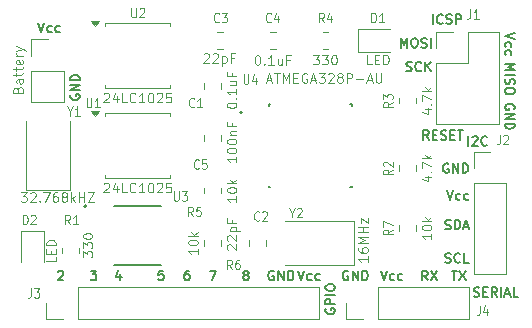
<source format=gto>
%TF.GenerationSoftware,KiCad,Pcbnew,9.0.5*%
%TF.CreationDate,2025-11-09T03:03:20+02:00*%
%TF.ProjectId,Project 4 MCU Datalogger,50726f6a-6563-4742-9034-204d43552044,1*%
%TF.SameCoordinates,Original*%
%TF.FileFunction,Legend,Top*%
%TF.FilePolarity,Positive*%
%FSLAX46Y46*%
G04 Gerber Fmt 4.6, Leading zero omitted, Abs format (unit mm)*
G04 Created by KiCad (PCBNEW 9.0.5) date 2025-11-09 03:03:20*
%MOMM*%
%LPD*%
G01*
G04 APERTURE LIST*
%ADD10C,0.150000*%
%ADD11C,0.100000*%
%ADD12C,0.120000*%
%ADD13C,0.127000*%
%ADD14C,0.200000*%
G04 APERTURE END LIST*
D10*
X142289160Y-88894295D02*
X142289160Y-88094295D01*
X142632016Y-88170485D02*
X142670112Y-88132390D01*
X142670112Y-88132390D02*
X142746302Y-88094295D01*
X142746302Y-88094295D02*
X142936778Y-88094295D01*
X142936778Y-88094295D02*
X143012969Y-88132390D01*
X143012969Y-88132390D02*
X143051064Y-88170485D01*
X143051064Y-88170485D02*
X143089159Y-88246676D01*
X143089159Y-88246676D02*
X143089159Y-88322866D01*
X143089159Y-88322866D02*
X143051064Y-88437152D01*
X143051064Y-88437152D02*
X142593921Y-88894295D01*
X142593921Y-88894295D02*
X143089159Y-88894295D01*
X143889160Y-88818104D02*
X143851064Y-88856200D01*
X143851064Y-88856200D02*
X143736779Y-88894295D01*
X143736779Y-88894295D02*
X143660588Y-88894295D01*
X143660588Y-88894295D02*
X143546302Y-88856200D01*
X143546302Y-88856200D02*
X143470112Y-88780009D01*
X143470112Y-88780009D02*
X143432017Y-88703819D01*
X143432017Y-88703819D02*
X143393921Y-88551438D01*
X143393921Y-88551438D02*
X143393921Y-88437152D01*
X143393921Y-88437152D02*
X143432017Y-88284771D01*
X143432017Y-88284771D02*
X143470112Y-88208580D01*
X143470112Y-88208580D02*
X143546302Y-88132390D01*
X143546302Y-88132390D02*
X143660588Y-88094295D01*
X143660588Y-88094295D02*
X143736779Y-88094295D01*
X143736779Y-88094295D02*
X143851064Y-88132390D01*
X143851064Y-88132390D02*
X143889160Y-88170485D01*
X140351064Y-95956200D02*
X140465350Y-95994295D01*
X140465350Y-95994295D02*
X140655826Y-95994295D01*
X140655826Y-95994295D02*
X140732017Y-95956200D01*
X140732017Y-95956200D02*
X140770112Y-95918104D01*
X140770112Y-95918104D02*
X140808207Y-95841914D01*
X140808207Y-95841914D02*
X140808207Y-95765723D01*
X140808207Y-95765723D02*
X140770112Y-95689533D01*
X140770112Y-95689533D02*
X140732017Y-95651438D01*
X140732017Y-95651438D02*
X140655826Y-95613342D01*
X140655826Y-95613342D02*
X140503445Y-95575247D01*
X140503445Y-95575247D02*
X140427255Y-95537152D01*
X140427255Y-95537152D02*
X140389160Y-95499057D01*
X140389160Y-95499057D02*
X140351064Y-95422866D01*
X140351064Y-95422866D02*
X140351064Y-95346676D01*
X140351064Y-95346676D02*
X140389160Y-95270485D01*
X140389160Y-95270485D02*
X140427255Y-95232390D01*
X140427255Y-95232390D02*
X140503445Y-95194295D01*
X140503445Y-95194295D02*
X140693922Y-95194295D01*
X140693922Y-95194295D02*
X140808207Y-95232390D01*
X141151065Y-95994295D02*
X141151065Y-95194295D01*
X141151065Y-95194295D02*
X141341541Y-95194295D01*
X141341541Y-95194295D02*
X141455827Y-95232390D01*
X141455827Y-95232390D02*
X141532017Y-95308580D01*
X141532017Y-95308580D02*
X141570112Y-95384771D01*
X141570112Y-95384771D02*
X141608208Y-95537152D01*
X141608208Y-95537152D02*
X141608208Y-95651438D01*
X141608208Y-95651438D02*
X141570112Y-95803819D01*
X141570112Y-95803819D02*
X141532017Y-95880009D01*
X141532017Y-95880009D02*
X141455827Y-95956200D01*
X141455827Y-95956200D02*
X141341541Y-95994295D01*
X141341541Y-95994295D02*
X141151065Y-95994295D01*
X141912969Y-95765723D02*
X142293922Y-95765723D01*
X141836779Y-95994295D02*
X142103446Y-95194295D01*
X142103446Y-95194295D02*
X142370112Y-95994295D01*
X138846303Y-100294295D02*
X138579636Y-99913342D01*
X138389160Y-100294295D02*
X138389160Y-99494295D01*
X138389160Y-99494295D02*
X138693922Y-99494295D01*
X138693922Y-99494295D02*
X138770112Y-99532390D01*
X138770112Y-99532390D02*
X138808207Y-99570485D01*
X138808207Y-99570485D02*
X138846303Y-99646676D01*
X138846303Y-99646676D02*
X138846303Y-99760961D01*
X138846303Y-99760961D02*
X138808207Y-99837152D01*
X138808207Y-99837152D02*
X138770112Y-99875247D01*
X138770112Y-99875247D02*
X138693922Y-99913342D01*
X138693922Y-99913342D02*
X138389160Y-99913342D01*
X139112969Y-99494295D02*
X139646303Y-100294295D01*
X139646303Y-99494295D02*
X139112969Y-100294295D01*
X140608207Y-90432390D02*
X140532017Y-90394295D01*
X140532017Y-90394295D02*
X140417731Y-90394295D01*
X140417731Y-90394295D02*
X140303445Y-90432390D01*
X140303445Y-90432390D02*
X140227255Y-90508580D01*
X140227255Y-90508580D02*
X140189160Y-90584771D01*
X140189160Y-90584771D02*
X140151064Y-90737152D01*
X140151064Y-90737152D02*
X140151064Y-90851438D01*
X140151064Y-90851438D02*
X140189160Y-91003819D01*
X140189160Y-91003819D02*
X140227255Y-91080009D01*
X140227255Y-91080009D02*
X140303445Y-91156200D01*
X140303445Y-91156200D02*
X140417731Y-91194295D01*
X140417731Y-91194295D02*
X140493922Y-91194295D01*
X140493922Y-91194295D02*
X140608207Y-91156200D01*
X140608207Y-91156200D02*
X140646303Y-91118104D01*
X140646303Y-91118104D02*
X140646303Y-90851438D01*
X140646303Y-90851438D02*
X140493922Y-90851438D01*
X140989160Y-91194295D02*
X140989160Y-90394295D01*
X140989160Y-90394295D02*
X141446303Y-91194295D01*
X141446303Y-91194295D02*
X141446303Y-90394295D01*
X141827255Y-91194295D02*
X141827255Y-90394295D01*
X141827255Y-90394295D02*
X142017731Y-90394295D01*
X142017731Y-90394295D02*
X142132017Y-90432390D01*
X142132017Y-90432390D02*
X142208207Y-90508580D01*
X142208207Y-90508580D02*
X142246302Y-90584771D01*
X142246302Y-90584771D02*
X142284398Y-90737152D01*
X142284398Y-90737152D02*
X142284398Y-90851438D01*
X142284398Y-90851438D02*
X142246302Y-91003819D01*
X142246302Y-91003819D02*
X142208207Y-91080009D01*
X142208207Y-91080009D02*
X142132017Y-91156200D01*
X142132017Y-91156200D02*
X142017731Y-91194295D01*
X142017731Y-91194295D02*
X141827255Y-91194295D01*
X146167609Y-85808207D02*
X146205704Y-85732017D01*
X146205704Y-85732017D02*
X146205704Y-85617731D01*
X146205704Y-85617731D02*
X146167609Y-85503445D01*
X146167609Y-85503445D02*
X146091419Y-85427255D01*
X146091419Y-85427255D02*
X146015228Y-85389160D01*
X146015228Y-85389160D02*
X145862847Y-85351064D01*
X145862847Y-85351064D02*
X145748561Y-85351064D01*
X145748561Y-85351064D02*
X145596180Y-85389160D01*
X145596180Y-85389160D02*
X145519990Y-85427255D01*
X145519990Y-85427255D02*
X145443800Y-85503445D01*
X145443800Y-85503445D02*
X145405704Y-85617731D01*
X145405704Y-85617731D02*
X145405704Y-85693922D01*
X145405704Y-85693922D02*
X145443800Y-85808207D01*
X145443800Y-85808207D02*
X145481895Y-85846303D01*
X145481895Y-85846303D02*
X145748561Y-85846303D01*
X145748561Y-85846303D02*
X145748561Y-85693922D01*
X145405704Y-86189160D02*
X146205704Y-86189160D01*
X146205704Y-86189160D02*
X145405704Y-86646303D01*
X145405704Y-86646303D02*
X146205704Y-86646303D01*
X145405704Y-87027255D02*
X146205704Y-87027255D01*
X146205704Y-87027255D02*
X146205704Y-87217731D01*
X146205704Y-87217731D02*
X146167609Y-87332017D01*
X146167609Y-87332017D02*
X146091419Y-87408207D01*
X146091419Y-87408207D02*
X146015228Y-87446302D01*
X146015228Y-87446302D02*
X145862847Y-87484398D01*
X145862847Y-87484398D02*
X145748561Y-87484398D01*
X145748561Y-87484398D02*
X145596180Y-87446302D01*
X145596180Y-87446302D02*
X145519990Y-87408207D01*
X145519990Y-87408207D02*
X145443800Y-87332017D01*
X145443800Y-87332017D02*
X145405704Y-87217731D01*
X145405704Y-87217731D02*
X145405704Y-87027255D01*
X132108207Y-99532390D02*
X132032017Y-99494295D01*
X132032017Y-99494295D02*
X131917731Y-99494295D01*
X131917731Y-99494295D02*
X131803445Y-99532390D01*
X131803445Y-99532390D02*
X131727255Y-99608580D01*
X131727255Y-99608580D02*
X131689160Y-99684771D01*
X131689160Y-99684771D02*
X131651064Y-99837152D01*
X131651064Y-99837152D02*
X131651064Y-99951438D01*
X131651064Y-99951438D02*
X131689160Y-100103819D01*
X131689160Y-100103819D02*
X131727255Y-100180009D01*
X131727255Y-100180009D02*
X131803445Y-100256200D01*
X131803445Y-100256200D02*
X131917731Y-100294295D01*
X131917731Y-100294295D02*
X131993922Y-100294295D01*
X131993922Y-100294295D02*
X132108207Y-100256200D01*
X132108207Y-100256200D02*
X132146303Y-100218104D01*
X132146303Y-100218104D02*
X132146303Y-99951438D01*
X132146303Y-99951438D02*
X131993922Y-99951438D01*
X132489160Y-100294295D02*
X132489160Y-99494295D01*
X132489160Y-99494295D02*
X132946303Y-100294295D01*
X132946303Y-100294295D02*
X132946303Y-99494295D01*
X133327255Y-100294295D02*
X133327255Y-99494295D01*
X133327255Y-99494295D02*
X133517731Y-99494295D01*
X133517731Y-99494295D02*
X133632017Y-99532390D01*
X133632017Y-99532390D02*
X133708207Y-99608580D01*
X133708207Y-99608580D02*
X133746302Y-99684771D01*
X133746302Y-99684771D02*
X133784398Y-99837152D01*
X133784398Y-99837152D02*
X133784398Y-99951438D01*
X133784398Y-99951438D02*
X133746302Y-100103819D01*
X133746302Y-100103819D02*
X133708207Y-100180009D01*
X133708207Y-100180009D02*
X133632017Y-100256200D01*
X133632017Y-100256200D02*
X133517731Y-100294295D01*
X133517731Y-100294295D02*
X133327255Y-100294295D01*
X130232390Y-102691792D02*
X130194295Y-102767982D01*
X130194295Y-102767982D02*
X130194295Y-102882268D01*
X130194295Y-102882268D02*
X130232390Y-102996554D01*
X130232390Y-102996554D02*
X130308580Y-103072744D01*
X130308580Y-103072744D02*
X130384771Y-103110839D01*
X130384771Y-103110839D02*
X130537152Y-103148935D01*
X130537152Y-103148935D02*
X130651438Y-103148935D01*
X130651438Y-103148935D02*
X130803819Y-103110839D01*
X130803819Y-103110839D02*
X130880009Y-103072744D01*
X130880009Y-103072744D02*
X130956200Y-102996554D01*
X130956200Y-102996554D02*
X130994295Y-102882268D01*
X130994295Y-102882268D02*
X130994295Y-102806077D01*
X130994295Y-102806077D02*
X130956200Y-102691792D01*
X130956200Y-102691792D02*
X130918104Y-102653696D01*
X130918104Y-102653696D02*
X130651438Y-102653696D01*
X130651438Y-102653696D02*
X130651438Y-102806077D01*
X130994295Y-102310839D02*
X130194295Y-102310839D01*
X130194295Y-102310839D02*
X130194295Y-102006077D01*
X130194295Y-102006077D02*
X130232390Y-101929887D01*
X130232390Y-101929887D02*
X130270485Y-101891792D01*
X130270485Y-101891792D02*
X130346676Y-101853696D01*
X130346676Y-101853696D02*
X130460961Y-101853696D01*
X130460961Y-101853696D02*
X130537152Y-101891792D01*
X130537152Y-101891792D02*
X130575247Y-101929887D01*
X130575247Y-101929887D02*
X130613342Y-102006077D01*
X130613342Y-102006077D02*
X130613342Y-102310839D01*
X130994295Y-101510839D02*
X130194295Y-101510839D01*
X130194295Y-100977506D02*
X130194295Y-100825125D01*
X130194295Y-100825125D02*
X130232390Y-100748935D01*
X130232390Y-100748935D02*
X130308580Y-100672744D01*
X130308580Y-100672744D02*
X130460961Y-100634649D01*
X130460961Y-100634649D02*
X130727628Y-100634649D01*
X130727628Y-100634649D02*
X130880009Y-100672744D01*
X130880009Y-100672744D02*
X130956200Y-100748935D01*
X130956200Y-100748935D02*
X130994295Y-100825125D01*
X130994295Y-100825125D02*
X130994295Y-100977506D01*
X130994295Y-100977506D02*
X130956200Y-101053697D01*
X130956200Y-101053697D02*
X130880009Y-101129887D01*
X130880009Y-101129887D02*
X130727628Y-101167983D01*
X130727628Y-101167983D02*
X130460961Y-101167983D01*
X130460961Y-101167983D02*
X130308580Y-101129887D01*
X130308580Y-101129887D02*
X130232390Y-101053697D01*
X130232390Y-101053697D02*
X130194295Y-100977506D01*
X116470112Y-99494295D02*
X116089160Y-99494295D01*
X116089160Y-99494295D02*
X116051064Y-99875247D01*
X116051064Y-99875247D02*
X116089160Y-99837152D01*
X116089160Y-99837152D02*
X116165350Y-99799057D01*
X116165350Y-99799057D02*
X116355826Y-99799057D01*
X116355826Y-99799057D02*
X116432017Y-99837152D01*
X116432017Y-99837152D02*
X116470112Y-99875247D01*
X116470112Y-99875247D02*
X116508207Y-99951438D01*
X116508207Y-99951438D02*
X116508207Y-100141914D01*
X116508207Y-100141914D02*
X116470112Y-100218104D01*
X116470112Y-100218104D02*
X116432017Y-100256200D01*
X116432017Y-100256200D02*
X116355826Y-100294295D01*
X116355826Y-100294295D02*
X116165350Y-100294295D01*
X116165350Y-100294295D02*
X116089160Y-100256200D01*
X116089160Y-100256200D02*
X116051064Y-100218104D01*
X108632390Y-84591792D02*
X108594295Y-84667982D01*
X108594295Y-84667982D02*
X108594295Y-84782268D01*
X108594295Y-84782268D02*
X108632390Y-84896554D01*
X108632390Y-84896554D02*
X108708580Y-84972744D01*
X108708580Y-84972744D02*
X108784771Y-85010839D01*
X108784771Y-85010839D02*
X108937152Y-85048935D01*
X108937152Y-85048935D02*
X109051438Y-85048935D01*
X109051438Y-85048935D02*
X109203819Y-85010839D01*
X109203819Y-85010839D02*
X109280009Y-84972744D01*
X109280009Y-84972744D02*
X109356200Y-84896554D01*
X109356200Y-84896554D02*
X109394295Y-84782268D01*
X109394295Y-84782268D02*
X109394295Y-84706077D01*
X109394295Y-84706077D02*
X109356200Y-84591792D01*
X109356200Y-84591792D02*
X109318104Y-84553696D01*
X109318104Y-84553696D02*
X109051438Y-84553696D01*
X109051438Y-84553696D02*
X109051438Y-84706077D01*
X109394295Y-84210839D02*
X108594295Y-84210839D01*
X108594295Y-84210839D02*
X109394295Y-83753696D01*
X109394295Y-83753696D02*
X108594295Y-83753696D01*
X109394295Y-83372744D02*
X108594295Y-83372744D01*
X108594295Y-83372744D02*
X108594295Y-83182268D01*
X108594295Y-83182268D02*
X108632390Y-83067982D01*
X108632390Y-83067982D02*
X108708580Y-82991792D01*
X108708580Y-82991792D02*
X108784771Y-82953697D01*
X108784771Y-82953697D02*
X108937152Y-82915601D01*
X108937152Y-82915601D02*
X109051438Y-82915601D01*
X109051438Y-82915601D02*
X109203819Y-82953697D01*
X109203819Y-82953697D02*
X109280009Y-82991792D01*
X109280009Y-82991792D02*
X109356200Y-83067982D01*
X109356200Y-83067982D02*
X109394295Y-83182268D01*
X109394295Y-83182268D02*
X109394295Y-83372744D01*
X137051064Y-82556200D02*
X137165350Y-82594295D01*
X137165350Y-82594295D02*
X137355826Y-82594295D01*
X137355826Y-82594295D02*
X137432017Y-82556200D01*
X137432017Y-82556200D02*
X137470112Y-82518104D01*
X137470112Y-82518104D02*
X137508207Y-82441914D01*
X137508207Y-82441914D02*
X137508207Y-82365723D01*
X137508207Y-82365723D02*
X137470112Y-82289533D01*
X137470112Y-82289533D02*
X137432017Y-82251438D01*
X137432017Y-82251438D02*
X137355826Y-82213342D01*
X137355826Y-82213342D02*
X137203445Y-82175247D01*
X137203445Y-82175247D02*
X137127255Y-82137152D01*
X137127255Y-82137152D02*
X137089160Y-82099057D01*
X137089160Y-82099057D02*
X137051064Y-82022866D01*
X137051064Y-82022866D02*
X137051064Y-81946676D01*
X137051064Y-81946676D02*
X137089160Y-81870485D01*
X137089160Y-81870485D02*
X137127255Y-81832390D01*
X137127255Y-81832390D02*
X137203445Y-81794295D01*
X137203445Y-81794295D02*
X137393922Y-81794295D01*
X137393922Y-81794295D02*
X137508207Y-81832390D01*
X138308208Y-82518104D02*
X138270112Y-82556200D01*
X138270112Y-82556200D02*
X138155827Y-82594295D01*
X138155827Y-82594295D02*
X138079636Y-82594295D01*
X138079636Y-82594295D02*
X137965350Y-82556200D01*
X137965350Y-82556200D02*
X137889160Y-82480009D01*
X137889160Y-82480009D02*
X137851065Y-82403819D01*
X137851065Y-82403819D02*
X137812969Y-82251438D01*
X137812969Y-82251438D02*
X137812969Y-82137152D01*
X137812969Y-82137152D02*
X137851065Y-81984771D01*
X137851065Y-81984771D02*
X137889160Y-81908580D01*
X137889160Y-81908580D02*
X137965350Y-81832390D01*
X137965350Y-81832390D02*
X138079636Y-81794295D01*
X138079636Y-81794295D02*
X138155827Y-81794295D01*
X138155827Y-81794295D02*
X138270112Y-81832390D01*
X138270112Y-81832390D02*
X138308208Y-81870485D01*
X138651065Y-82594295D02*
X138651065Y-81794295D01*
X139108208Y-82594295D02*
X138765350Y-82137152D01*
X139108208Y-81794295D02*
X138651065Y-82251438D01*
X145405704Y-81989160D02*
X146205704Y-81989160D01*
X146205704Y-81989160D02*
X145634276Y-82255826D01*
X145634276Y-82255826D02*
X146205704Y-82522493D01*
X146205704Y-82522493D02*
X145405704Y-82522493D01*
X145405704Y-82903446D02*
X146205704Y-82903446D01*
X145443800Y-83246302D02*
X145405704Y-83360588D01*
X145405704Y-83360588D02*
X145405704Y-83551064D01*
X145405704Y-83551064D02*
X145443800Y-83627255D01*
X145443800Y-83627255D02*
X145481895Y-83665350D01*
X145481895Y-83665350D02*
X145558085Y-83703445D01*
X145558085Y-83703445D02*
X145634276Y-83703445D01*
X145634276Y-83703445D02*
X145710466Y-83665350D01*
X145710466Y-83665350D02*
X145748561Y-83627255D01*
X145748561Y-83627255D02*
X145786657Y-83551064D01*
X145786657Y-83551064D02*
X145824752Y-83398683D01*
X145824752Y-83398683D02*
X145862847Y-83322493D01*
X145862847Y-83322493D02*
X145900942Y-83284398D01*
X145900942Y-83284398D02*
X145977133Y-83246302D01*
X145977133Y-83246302D02*
X146053323Y-83246302D01*
X146053323Y-83246302D02*
X146129514Y-83284398D01*
X146129514Y-83284398D02*
X146167609Y-83322493D01*
X146167609Y-83322493D02*
X146205704Y-83398683D01*
X146205704Y-83398683D02*
X146205704Y-83589160D01*
X146205704Y-83589160D02*
X146167609Y-83703445D01*
X146205704Y-84198684D02*
X146205704Y-84351065D01*
X146205704Y-84351065D02*
X146167609Y-84427255D01*
X146167609Y-84427255D02*
X146091419Y-84503446D01*
X146091419Y-84503446D02*
X145939038Y-84541541D01*
X145939038Y-84541541D02*
X145672371Y-84541541D01*
X145672371Y-84541541D02*
X145519990Y-84503446D01*
X145519990Y-84503446D02*
X145443800Y-84427255D01*
X145443800Y-84427255D02*
X145405704Y-84351065D01*
X145405704Y-84351065D02*
X145405704Y-84198684D01*
X145405704Y-84198684D02*
X145443800Y-84122493D01*
X145443800Y-84122493D02*
X145519990Y-84046303D01*
X145519990Y-84046303D02*
X145672371Y-84008207D01*
X145672371Y-84008207D02*
X145939038Y-84008207D01*
X145939038Y-84008207D02*
X146091419Y-84046303D01*
X146091419Y-84046303D02*
X146167609Y-84122493D01*
X146167609Y-84122493D02*
X146205704Y-84198684D01*
X123403445Y-99837152D02*
X123327255Y-99799057D01*
X123327255Y-99799057D02*
X123289160Y-99760961D01*
X123289160Y-99760961D02*
X123251064Y-99684771D01*
X123251064Y-99684771D02*
X123251064Y-99646676D01*
X123251064Y-99646676D02*
X123289160Y-99570485D01*
X123289160Y-99570485D02*
X123327255Y-99532390D01*
X123327255Y-99532390D02*
X123403445Y-99494295D01*
X123403445Y-99494295D02*
X123555826Y-99494295D01*
X123555826Y-99494295D02*
X123632017Y-99532390D01*
X123632017Y-99532390D02*
X123670112Y-99570485D01*
X123670112Y-99570485D02*
X123708207Y-99646676D01*
X123708207Y-99646676D02*
X123708207Y-99684771D01*
X123708207Y-99684771D02*
X123670112Y-99760961D01*
X123670112Y-99760961D02*
X123632017Y-99799057D01*
X123632017Y-99799057D02*
X123555826Y-99837152D01*
X123555826Y-99837152D02*
X123403445Y-99837152D01*
X123403445Y-99837152D02*
X123327255Y-99875247D01*
X123327255Y-99875247D02*
X123289160Y-99913342D01*
X123289160Y-99913342D02*
X123251064Y-99989533D01*
X123251064Y-99989533D02*
X123251064Y-100141914D01*
X123251064Y-100141914D02*
X123289160Y-100218104D01*
X123289160Y-100218104D02*
X123327255Y-100256200D01*
X123327255Y-100256200D02*
X123403445Y-100294295D01*
X123403445Y-100294295D02*
X123555826Y-100294295D01*
X123555826Y-100294295D02*
X123632017Y-100256200D01*
X123632017Y-100256200D02*
X123670112Y-100218104D01*
X123670112Y-100218104D02*
X123708207Y-100141914D01*
X123708207Y-100141914D02*
X123708207Y-99989533D01*
X123708207Y-99989533D02*
X123670112Y-99913342D01*
X123670112Y-99913342D02*
X123632017Y-99875247D01*
X123632017Y-99875247D02*
X123555826Y-99837152D01*
X125808207Y-99532390D02*
X125732017Y-99494295D01*
X125732017Y-99494295D02*
X125617731Y-99494295D01*
X125617731Y-99494295D02*
X125503445Y-99532390D01*
X125503445Y-99532390D02*
X125427255Y-99608580D01*
X125427255Y-99608580D02*
X125389160Y-99684771D01*
X125389160Y-99684771D02*
X125351064Y-99837152D01*
X125351064Y-99837152D02*
X125351064Y-99951438D01*
X125351064Y-99951438D02*
X125389160Y-100103819D01*
X125389160Y-100103819D02*
X125427255Y-100180009D01*
X125427255Y-100180009D02*
X125503445Y-100256200D01*
X125503445Y-100256200D02*
X125617731Y-100294295D01*
X125617731Y-100294295D02*
X125693922Y-100294295D01*
X125693922Y-100294295D02*
X125808207Y-100256200D01*
X125808207Y-100256200D02*
X125846303Y-100218104D01*
X125846303Y-100218104D02*
X125846303Y-99951438D01*
X125846303Y-99951438D02*
X125693922Y-99951438D01*
X126189160Y-100294295D02*
X126189160Y-99494295D01*
X126189160Y-99494295D02*
X126646303Y-100294295D01*
X126646303Y-100294295D02*
X126646303Y-99494295D01*
X127027255Y-100294295D02*
X127027255Y-99494295D01*
X127027255Y-99494295D02*
X127217731Y-99494295D01*
X127217731Y-99494295D02*
X127332017Y-99532390D01*
X127332017Y-99532390D02*
X127408207Y-99608580D01*
X127408207Y-99608580D02*
X127446302Y-99684771D01*
X127446302Y-99684771D02*
X127484398Y-99837152D01*
X127484398Y-99837152D02*
X127484398Y-99951438D01*
X127484398Y-99951438D02*
X127446302Y-100103819D01*
X127446302Y-100103819D02*
X127408207Y-100180009D01*
X127408207Y-100180009D02*
X127332017Y-100256200D01*
X127332017Y-100256200D02*
X127217731Y-100294295D01*
X127217731Y-100294295D02*
X127027255Y-100294295D01*
X140474874Y-92694295D02*
X140741541Y-93494295D01*
X140741541Y-93494295D02*
X141008207Y-92694295D01*
X141617731Y-93456200D02*
X141541540Y-93494295D01*
X141541540Y-93494295D02*
X141389159Y-93494295D01*
X141389159Y-93494295D02*
X141312969Y-93456200D01*
X141312969Y-93456200D02*
X141274874Y-93418104D01*
X141274874Y-93418104D02*
X141236778Y-93341914D01*
X141236778Y-93341914D02*
X141236778Y-93113342D01*
X141236778Y-93113342D02*
X141274874Y-93037152D01*
X141274874Y-93037152D02*
X141312969Y-92999057D01*
X141312969Y-92999057D02*
X141389159Y-92960961D01*
X141389159Y-92960961D02*
X141541540Y-92960961D01*
X141541540Y-92960961D02*
X141617731Y-92999057D01*
X142303445Y-93456200D02*
X142227254Y-93494295D01*
X142227254Y-93494295D02*
X142074873Y-93494295D01*
X142074873Y-93494295D02*
X141998683Y-93456200D01*
X141998683Y-93456200D02*
X141960588Y-93418104D01*
X141960588Y-93418104D02*
X141922492Y-93341914D01*
X141922492Y-93341914D02*
X141922492Y-93113342D01*
X141922492Y-93113342D02*
X141960588Y-93037152D01*
X141960588Y-93037152D02*
X141998683Y-92999057D01*
X141998683Y-92999057D02*
X142074873Y-92960961D01*
X142074873Y-92960961D02*
X142227254Y-92960961D01*
X142227254Y-92960961D02*
X142303445Y-92999057D01*
X105874874Y-78494295D02*
X106141541Y-79294295D01*
X106141541Y-79294295D02*
X106408207Y-78494295D01*
X107017731Y-79256200D02*
X106941540Y-79294295D01*
X106941540Y-79294295D02*
X106789159Y-79294295D01*
X106789159Y-79294295D02*
X106712969Y-79256200D01*
X106712969Y-79256200D02*
X106674874Y-79218104D01*
X106674874Y-79218104D02*
X106636778Y-79141914D01*
X106636778Y-79141914D02*
X106636778Y-78913342D01*
X106636778Y-78913342D02*
X106674874Y-78837152D01*
X106674874Y-78837152D02*
X106712969Y-78799057D01*
X106712969Y-78799057D02*
X106789159Y-78760961D01*
X106789159Y-78760961D02*
X106941540Y-78760961D01*
X106941540Y-78760961D02*
X107017731Y-78799057D01*
X107703445Y-79256200D02*
X107627254Y-79294295D01*
X107627254Y-79294295D02*
X107474873Y-79294295D01*
X107474873Y-79294295D02*
X107398683Y-79256200D01*
X107398683Y-79256200D02*
X107360588Y-79218104D01*
X107360588Y-79218104D02*
X107322492Y-79141914D01*
X107322492Y-79141914D02*
X107322492Y-78913342D01*
X107322492Y-78913342D02*
X107360588Y-78837152D01*
X107360588Y-78837152D02*
X107398683Y-78799057D01*
X107398683Y-78799057D02*
X107474873Y-78760961D01*
X107474873Y-78760961D02*
X107627254Y-78760961D01*
X107627254Y-78760961D02*
X107703445Y-78799057D01*
X127874874Y-99494295D02*
X128141541Y-100294295D01*
X128141541Y-100294295D02*
X128408207Y-99494295D01*
X129017731Y-100256200D02*
X128941540Y-100294295D01*
X128941540Y-100294295D02*
X128789159Y-100294295D01*
X128789159Y-100294295D02*
X128712969Y-100256200D01*
X128712969Y-100256200D02*
X128674874Y-100218104D01*
X128674874Y-100218104D02*
X128636778Y-100141914D01*
X128636778Y-100141914D02*
X128636778Y-99913342D01*
X128636778Y-99913342D02*
X128674874Y-99837152D01*
X128674874Y-99837152D02*
X128712969Y-99799057D01*
X128712969Y-99799057D02*
X128789159Y-99760961D01*
X128789159Y-99760961D02*
X128941540Y-99760961D01*
X128941540Y-99760961D02*
X129017731Y-99799057D01*
X129703445Y-100256200D02*
X129627254Y-100294295D01*
X129627254Y-100294295D02*
X129474873Y-100294295D01*
X129474873Y-100294295D02*
X129398683Y-100256200D01*
X129398683Y-100256200D02*
X129360588Y-100218104D01*
X129360588Y-100218104D02*
X129322492Y-100141914D01*
X129322492Y-100141914D02*
X129322492Y-99913342D01*
X129322492Y-99913342D02*
X129360588Y-99837152D01*
X129360588Y-99837152D02*
X129398683Y-99799057D01*
X129398683Y-99799057D02*
X129474873Y-99760961D01*
X129474873Y-99760961D02*
X129627254Y-99760961D01*
X129627254Y-99760961D02*
X129703445Y-99799057D01*
X136589160Y-80594295D02*
X136589160Y-79794295D01*
X136589160Y-79794295D02*
X136855826Y-80365723D01*
X136855826Y-80365723D02*
X137122493Y-79794295D01*
X137122493Y-79794295D02*
X137122493Y-80594295D01*
X137655827Y-79794295D02*
X137808208Y-79794295D01*
X137808208Y-79794295D02*
X137884398Y-79832390D01*
X137884398Y-79832390D02*
X137960589Y-79908580D01*
X137960589Y-79908580D02*
X137998684Y-80060961D01*
X137998684Y-80060961D02*
X137998684Y-80327628D01*
X137998684Y-80327628D02*
X137960589Y-80480009D01*
X137960589Y-80480009D02*
X137884398Y-80556200D01*
X137884398Y-80556200D02*
X137808208Y-80594295D01*
X137808208Y-80594295D02*
X137655827Y-80594295D01*
X137655827Y-80594295D02*
X137579636Y-80556200D01*
X137579636Y-80556200D02*
X137503446Y-80480009D01*
X137503446Y-80480009D02*
X137465350Y-80327628D01*
X137465350Y-80327628D02*
X137465350Y-80060961D01*
X137465350Y-80060961D02*
X137503446Y-79908580D01*
X137503446Y-79908580D02*
X137579636Y-79832390D01*
X137579636Y-79832390D02*
X137655827Y-79794295D01*
X138303445Y-80556200D02*
X138417731Y-80594295D01*
X138417731Y-80594295D02*
X138608207Y-80594295D01*
X138608207Y-80594295D02*
X138684398Y-80556200D01*
X138684398Y-80556200D02*
X138722493Y-80518104D01*
X138722493Y-80518104D02*
X138760588Y-80441914D01*
X138760588Y-80441914D02*
X138760588Y-80365723D01*
X138760588Y-80365723D02*
X138722493Y-80289533D01*
X138722493Y-80289533D02*
X138684398Y-80251438D01*
X138684398Y-80251438D02*
X138608207Y-80213342D01*
X138608207Y-80213342D02*
X138455826Y-80175247D01*
X138455826Y-80175247D02*
X138379636Y-80137152D01*
X138379636Y-80137152D02*
X138341541Y-80099057D01*
X138341541Y-80099057D02*
X138303445Y-80022866D01*
X138303445Y-80022866D02*
X138303445Y-79946676D01*
X138303445Y-79946676D02*
X138341541Y-79870485D01*
X138341541Y-79870485D02*
X138379636Y-79832390D01*
X138379636Y-79832390D02*
X138455826Y-79794295D01*
X138455826Y-79794295D02*
X138646303Y-79794295D01*
X138646303Y-79794295D02*
X138760588Y-79832390D01*
X139103446Y-80594295D02*
X139103446Y-79794295D01*
X138946303Y-88394295D02*
X138679636Y-88013342D01*
X138489160Y-88394295D02*
X138489160Y-87594295D01*
X138489160Y-87594295D02*
X138793922Y-87594295D01*
X138793922Y-87594295D02*
X138870112Y-87632390D01*
X138870112Y-87632390D02*
X138908207Y-87670485D01*
X138908207Y-87670485D02*
X138946303Y-87746676D01*
X138946303Y-87746676D02*
X138946303Y-87860961D01*
X138946303Y-87860961D02*
X138908207Y-87937152D01*
X138908207Y-87937152D02*
X138870112Y-87975247D01*
X138870112Y-87975247D02*
X138793922Y-88013342D01*
X138793922Y-88013342D02*
X138489160Y-88013342D01*
X139289160Y-87975247D02*
X139555826Y-87975247D01*
X139670112Y-88394295D02*
X139289160Y-88394295D01*
X139289160Y-88394295D02*
X139289160Y-87594295D01*
X139289160Y-87594295D02*
X139670112Y-87594295D01*
X139974874Y-88356200D02*
X140089160Y-88394295D01*
X140089160Y-88394295D02*
X140279636Y-88394295D01*
X140279636Y-88394295D02*
X140355827Y-88356200D01*
X140355827Y-88356200D02*
X140393922Y-88318104D01*
X140393922Y-88318104D02*
X140432017Y-88241914D01*
X140432017Y-88241914D02*
X140432017Y-88165723D01*
X140432017Y-88165723D02*
X140393922Y-88089533D01*
X140393922Y-88089533D02*
X140355827Y-88051438D01*
X140355827Y-88051438D02*
X140279636Y-88013342D01*
X140279636Y-88013342D02*
X140127255Y-87975247D01*
X140127255Y-87975247D02*
X140051065Y-87937152D01*
X140051065Y-87937152D02*
X140012970Y-87899057D01*
X140012970Y-87899057D02*
X139974874Y-87822866D01*
X139974874Y-87822866D02*
X139974874Y-87746676D01*
X139974874Y-87746676D02*
X140012970Y-87670485D01*
X140012970Y-87670485D02*
X140051065Y-87632390D01*
X140051065Y-87632390D02*
X140127255Y-87594295D01*
X140127255Y-87594295D02*
X140317732Y-87594295D01*
X140317732Y-87594295D02*
X140432017Y-87632390D01*
X140774875Y-87975247D02*
X141041541Y-87975247D01*
X141155827Y-88394295D02*
X140774875Y-88394295D01*
X140774875Y-88394295D02*
X140774875Y-87594295D01*
X140774875Y-87594295D02*
X141155827Y-87594295D01*
X141384399Y-87594295D02*
X141841542Y-87594295D01*
X141612970Y-88394295D02*
X141612970Y-87594295D01*
X110312969Y-99494295D02*
X110808207Y-99494295D01*
X110808207Y-99494295D02*
X110541541Y-99799057D01*
X110541541Y-99799057D02*
X110655826Y-99799057D01*
X110655826Y-99799057D02*
X110732017Y-99837152D01*
X110732017Y-99837152D02*
X110770112Y-99875247D01*
X110770112Y-99875247D02*
X110808207Y-99951438D01*
X110808207Y-99951438D02*
X110808207Y-100141914D01*
X110808207Y-100141914D02*
X110770112Y-100218104D01*
X110770112Y-100218104D02*
X110732017Y-100256200D01*
X110732017Y-100256200D02*
X110655826Y-100294295D01*
X110655826Y-100294295D02*
X110427255Y-100294295D01*
X110427255Y-100294295D02*
X110351064Y-100256200D01*
X110351064Y-100256200D02*
X110312969Y-100218104D01*
X118632017Y-99494295D02*
X118479636Y-99494295D01*
X118479636Y-99494295D02*
X118403445Y-99532390D01*
X118403445Y-99532390D02*
X118365350Y-99570485D01*
X118365350Y-99570485D02*
X118289160Y-99684771D01*
X118289160Y-99684771D02*
X118251064Y-99837152D01*
X118251064Y-99837152D02*
X118251064Y-100141914D01*
X118251064Y-100141914D02*
X118289160Y-100218104D01*
X118289160Y-100218104D02*
X118327255Y-100256200D01*
X118327255Y-100256200D02*
X118403445Y-100294295D01*
X118403445Y-100294295D02*
X118555826Y-100294295D01*
X118555826Y-100294295D02*
X118632017Y-100256200D01*
X118632017Y-100256200D02*
X118670112Y-100218104D01*
X118670112Y-100218104D02*
X118708207Y-100141914D01*
X118708207Y-100141914D02*
X118708207Y-99951438D01*
X118708207Y-99951438D02*
X118670112Y-99875247D01*
X118670112Y-99875247D02*
X118632017Y-99837152D01*
X118632017Y-99837152D02*
X118555826Y-99799057D01*
X118555826Y-99799057D02*
X118403445Y-99799057D01*
X118403445Y-99799057D02*
X118327255Y-99837152D01*
X118327255Y-99837152D02*
X118289160Y-99875247D01*
X118289160Y-99875247D02*
X118251064Y-99951438D01*
X140874874Y-99494295D02*
X141332017Y-99494295D01*
X141103445Y-100294295D02*
X141103445Y-99494295D01*
X141522493Y-99494295D02*
X142055827Y-100294295D01*
X142055827Y-99494295D02*
X141522493Y-100294295D01*
X120412969Y-99494295D02*
X120946303Y-99494295D01*
X120946303Y-99494295D02*
X120603445Y-100294295D01*
X112832017Y-99760961D02*
X112832017Y-100294295D01*
X112641541Y-99456200D02*
X112451064Y-100027628D01*
X112451064Y-100027628D02*
X112946303Y-100027628D01*
X140351064Y-98756200D02*
X140465350Y-98794295D01*
X140465350Y-98794295D02*
X140655826Y-98794295D01*
X140655826Y-98794295D02*
X140732017Y-98756200D01*
X140732017Y-98756200D02*
X140770112Y-98718104D01*
X140770112Y-98718104D02*
X140808207Y-98641914D01*
X140808207Y-98641914D02*
X140808207Y-98565723D01*
X140808207Y-98565723D02*
X140770112Y-98489533D01*
X140770112Y-98489533D02*
X140732017Y-98451438D01*
X140732017Y-98451438D02*
X140655826Y-98413342D01*
X140655826Y-98413342D02*
X140503445Y-98375247D01*
X140503445Y-98375247D02*
X140427255Y-98337152D01*
X140427255Y-98337152D02*
X140389160Y-98299057D01*
X140389160Y-98299057D02*
X140351064Y-98222866D01*
X140351064Y-98222866D02*
X140351064Y-98146676D01*
X140351064Y-98146676D02*
X140389160Y-98070485D01*
X140389160Y-98070485D02*
X140427255Y-98032390D01*
X140427255Y-98032390D02*
X140503445Y-97994295D01*
X140503445Y-97994295D02*
X140693922Y-97994295D01*
X140693922Y-97994295D02*
X140808207Y-98032390D01*
X141608208Y-98718104D02*
X141570112Y-98756200D01*
X141570112Y-98756200D02*
X141455827Y-98794295D01*
X141455827Y-98794295D02*
X141379636Y-98794295D01*
X141379636Y-98794295D02*
X141265350Y-98756200D01*
X141265350Y-98756200D02*
X141189160Y-98680009D01*
X141189160Y-98680009D02*
X141151065Y-98603819D01*
X141151065Y-98603819D02*
X141112969Y-98451438D01*
X141112969Y-98451438D02*
X141112969Y-98337152D01*
X141112969Y-98337152D02*
X141151065Y-98184771D01*
X141151065Y-98184771D02*
X141189160Y-98108580D01*
X141189160Y-98108580D02*
X141265350Y-98032390D01*
X141265350Y-98032390D02*
X141379636Y-97994295D01*
X141379636Y-97994295D02*
X141455827Y-97994295D01*
X141455827Y-97994295D02*
X141570112Y-98032390D01*
X141570112Y-98032390D02*
X141608208Y-98070485D01*
X142332017Y-98794295D02*
X141951065Y-98794295D01*
X141951065Y-98794295D02*
X141951065Y-97994295D01*
X139289160Y-78594295D02*
X139289160Y-77794295D01*
X140127255Y-78518104D02*
X140089159Y-78556200D01*
X140089159Y-78556200D02*
X139974874Y-78594295D01*
X139974874Y-78594295D02*
X139898683Y-78594295D01*
X139898683Y-78594295D02*
X139784397Y-78556200D01*
X139784397Y-78556200D02*
X139708207Y-78480009D01*
X139708207Y-78480009D02*
X139670112Y-78403819D01*
X139670112Y-78403819D02*
X139632016Y-78251438D01*
X139632016Y-78251438D02*
X139632016Y-78137152D01*
X139632016Y-78137152D02*
X139670112Y-77984771D01*
X139670112Y-77984771D02*
X139708207Y-77908580D01*
X139708207Y-77908580D02*
X139784397Y-77832390D01*
X139784397Y-77832390D02*
X139898683Y-77794295D01*
X139898683Y-77794295D02*
X139974874Y-77794295D01*
X139974874Y-77794295D02*
X140089159Y-77832390D01*
X140089159Y-77832390D02*
X140127255Y-77870485D01*
X140432016Y-78556200D02*
X140546302Y-78594295D01*
X140546302Y-78594295D02*
X140736778Y-78594295D01*
X140736778Y-78594295D02*
X140812969Y-78556200D01*
X140812969Y-78556200D02*
X140851064Y-78518104D01*
X140851064Y-78518104D02*
X140889159Y-78441914D01*
X140889159Y-78441914D02*
X140889159Y-78365723D01*
X140889159Y-78365723D02*
X140851064Y-78289533D01*
X140851064Y-78289533D02*
X140812969Y-78251438D01*
X140812969Y-78251438D02*
X140736778Y-78213342D01*
X140736778Y-78213342D02*
X140584397Y-78175247D01*
X140584397Y-78175247D02*
X140508207Y-78137152D01*
X140508207Y-78137152D02*
X140470112Y-78099057D01*
X140470112Y-78099057D02*
X140432016Y-78022866D01*
X140432016Y-78022866D02*
X140432016Y-77946676D01*
X140432016Y-77946676D02*
X140470112Y-77870485D01*
X140470112Y-77870485D02*
X140508207Y-77832390D01*
X140508207Y-77832390D02*
X140584397Y-77794295D01*
X140584397Y-77794295D02*
X140774874Y-77794295D01*
X140774874Y-77794295D02*
X140889159Y-77832390D01*
X141232017Y-78594295D02*
X141232017Y-77794295D01*
X141232017Y-77794295D02*
X141536779Y-77794295D01*
X141536779Y-77794295D02*
X141612969Y-77832390D01*
X141612969Y-77832390D02*
X141651064Y-77870485D01*
X141651064Y-77870485D02*
X141689160Y-77946676D01*
X141689160Y-77946676D02*
X141689160Y-78060961D01*
X141689160Y-78060961D02*
X141651064Y-78137152D01*
X141651064Y-78137152D02*
X141612969Y-78175247D01*
X141612969Y-78175247D02*
X141536779Y-78213342D01*
X141536779Y-78213342D02*
X141232017Y-78213342D01*
X134874874Y-99494295D02*
X135141541Y-100294295D01*
X135141541Y-100294295D02*
X135408207Y-99494295D01*
X136017731Y-100256200D02*
X135941540Y-100294295D01*
X135941540Y-100294295D02*
X135789159Y-100294295D01*
X135789159Y-100294295D02*
X135712969Y-100256200D01*
X135712969Y-100256200D02*
X135674874Y-100218104D01*
X135674874Y-100218104D02*
X135636778Y-100141914D01*
X135636778Y-100141914D02*
X135636778Y-99913342D01*
X135636778Y-99913342D02*
X135674874Y-99837152D01*
X135674874Y-99837152D02*
X135712969Y-99799057D01*
X135712969Y-99799057D02*
X135789159Y-99760961D01*
X135789159Y-99760961D02*
X135941540Y-99760961D01*
X135941540Y-99760961D02*
X136017731Y-99799057D01*
X136703445Y-100256200D02*
X136627254Y-100294295D01*
X136627254Y-100294295D02*
X136474873Y-100294295D01*
X136474873Y-100294295D02*
X136398683Y-100256200D01*
X136398683Y-100256200D02*
X136360588Y-100218104D01*
X136360588Y-100218104D02*
X136322492Y-100141914D01*
X136322492Y-100141914D02*
X136322492Y-99913342D01*
X136322492Y-99913342D02*
X136360588Y-99837152D01*
X136360588Y-99837152D02*
X136398683Y-99799057D01*
X136398683Y-99799057D02*
X136474873Y-99760961D01*
X136474873Y-99760961D02*
X136627254Y-99760961D01*
X136627254Y-99760961D02*
X136703445Y-99799057D01*
X142751064Y-101656200D02*
X142865350Y-101694295D01*
X142865350Y-101694295D02*
X143055826Y-101694295D01*
X143055826Y-101694295D02*
X143132017Y-101656200D01*
X143132017Y-101656200D02*
X143170112Y-101618104D01*
X143170112Y-101618104D02*
X143208207Y-101541914D01*
X143208207Y-101541914D02*
X143208207Y-101465723D01*
X143208207Y-101465723D02*
X143170112Y-101389533D01*
X143170112Y-101389533D02*
X143132017Y-101351438D01*
X143132017Y-101351438D02*
X143055826Y-101313342D01*
X143055826Y-101313342D02*
X142903445Y-101275247D01*
X142903445Y-101275247D02*
X142827255Y-101237152D01*
X142827255Y-101237152D02*
X142789160Y-101199057D01*
X142789160Y-101199057D02*
X142751064Y-101122866D01*
X142751064Y-101122866D02*
X142751064Y-101046676D01*
X142751064Y-101046676D02*
X142789160Y-100970485D01*
X142789160Y-100970485D02*
X142827255Y-100932390D01*
X142827255Y-100932390D02*
X142903445Y-100894295D01*
X142903445Y-100894295D02*
X143093922Y-100894295D01*
X143093922Y-100894295D02*
X143208207Y-100932390D01*
X143551065Y-101275247D02*
X143817731Y-101275247D01*
X143932017Y-101694295D02*
X143551065Y-101694295D01*
X143551065Y-101694295D02*
X143551065Y-100894295D01*
X143551065Y-100894295D02*
X143932017Y-100894295D01*
X144732018Y-101694295D02*
X144465351Y-101313342D01*
X144274875Y-101694295D02*
X144274875Y-100894295D01*
X144274875Y-100894295D02*
X144579637Y-100894295D01*
X144579637Y-100894295D02*
X144655827Y-100932390D01*
X144655827Y-100932390D02*
X144693922Y-100970485D01*
X144693922Y-100970485D02*
X144732018Y-101046676D01*
X144732018Y-101046676D02*
X144732018Y-101160961D01*
X144732018Y-101160961D02*
X144693922Y-101237152D01*
X144693922Y-101237152D02*
X144655827Y-101275247D01*
X144655827Y-101275247D02*
X144579637Y-101313342D01*
X144579637Y-101313342D02*
X144274875Y-101313342D01*
X145074875Y-101694295D02*
X145074875Y-100894295D01*
X145417731Y-101465723D02*
X145798684Y-101465723D01*
X145341541Y-101694295D02*
X145608208Y-100894295D01*
X145608208Y-100894295D02*
X145874874Y-101694295D01*
X146522493Y-101694295D02*
X146141541Y-101694295D01*
X146141541Y-101694295D02*
X146141541Y-100894295D01*
X107551064Y-99570485D02*
X107589160Y-99532390D01*
X107589160Y-99532390D02*
X107665350Y-99494295D01*
X107665350Y-99494295D02*
X107855826Y-99494295D01*
X107855826Y-99494295D02*
X107932017Y-99532390D01*
X107932017Y-99532390D02*
X107970112Y-99570485D01*
X107970112Y-99570485D02*
X108008207Y-99646676D01*
X108008207Y-99646676D02*
X108008207Y-99722866D01*
X108008207Y-99722866D02*
X107970112Y-99837152D01*
X107970112Y-99837152D02*
X107512969Y-100294295D01*
X107512969Y-100294295D02*
X108008207Y-100294295D01*
X146205704Y-79374874D02*
X145405704Y-79641541D01*
X145405704Y-79641541D02*
X146205704Y-79908207D01*
X145443800Y-80517731D02*
X145405704Y-80441540D01*
X145405704Y-80441540D02*
X145405704Y-80289159D01*
X145405704Y-80289159D02*
X145443800Y-80212969D01*
X145443800Y-80212969D02*
X145481895Y-80174874D01*
X145481895Y-80174874D02*
X145558085Y-80136778D01*
X145558085Y-80136778D02*
X145786657Y-80136778D01*
X145786657Y-80136778D02*
X145862847Y-80174874D01*
X145862847Y-80174874D02*
X145900942Y-80212969D01*
X145900942Y-80212969D02*
X145939038Y-80289159D01*
X145939038Y-80289159D02*
X145939038Y-80441540D01*
X145939038Y-80441540D02*
X145900942Y-80517731D01*
X145443800Y-81203445D02*
X145405704Y-81127254D01*
X145405704Y-81127254D02*
X145405704Y-80974873D01*
X145405704Y-80974873D02*
X145443800Y-80898683D01*
X145443800Y-80898683D02*
X145481895Y-80860588D01*
X145481895Y-80860588D02*
X145558085Y-80822492D01*
X145558085Y-80822492D02*
X145786657Y-80822492D01*
X145786657Y-80822492D02*
X145862847Y-80860588D01*
X145862847Y-80860588D02*
X145900942Y-80898683D01*
X145900942Y-80898683D02*
X145939038Y-80974873D01*
X145939038Y-80974873D02*
X145939038Y-81127254D01*
X145939038Y-81127254D02*
X145900942Y-81203445D01*
D11*
X121183333Y-78388704D02*
X121150000Y-78426800D01*
X121150000Y-78426800D02*
X121050000Y-78464895D01*
X121050000Y-78464895D02*
X120983333Y-78464895D01*
X120983333Y-78464895D02*
X120883333Y-78426800D01*
X120883333Y-78426800D02*
X120816667Y-78350609D01*
X120816667Y-78350609D02*
X120783333Y-78274419D01*
X120783333Y-78274419D02*
X120750000Y-78122038D01*
X120750000Y-78122038D02*
X120750000Y-78007752D01*
X120750000Y-78007752D02*
X120783333Y-77855371D01*
X120783333Y-77855371D02*
X120816667Y-77779180D01*
X120816667Y-77779180D02*
X120883333Y-77702990D01*
X120883333Y-77702990D02*
X120983333Y-77664895D01*
X120983333Y-77664895D02*
X121050000Y-77664895D01*
X121050000Y-77664895D02*
X121150000Y-77702990D01*
X121150000Y-77702990D02*
X121183333Y-77741085D01*
X121416667Y-77664895D02*
X121850000Y-77664895D01*
X121850000Y-77664895D02*
X121616667Y-77969657D01*
X121616667Y-77969657D02*
X121716667Y-77969657D01*
X121716667Y-77969657D02*
X121783333Y-78007752D01*
X121783333Y-78007752D02*
X121816667Y-78045847D01*
X121816667Y-78045847D02*
X121850000Y-78122038D01*
X121850000Y-78122038D02*
X121850000Y-78312514D01*
X121850000Y-78312514D02*
X121816667Y-78388704D01*
X121816667Y-78388704D02*
X121783333Y-78426800D01*
X121783333Y-78426800D02*
X121716667Y-78464895D01*
X121716667Y-78464895D02*
X121516667Y-78464895D01*
X121516667Y-78464895D02*
X121450000Y-78426800D01*
X121450000Y-78426800D02*
X121416667Y-78388704D01*
X119885713Y-81141085D02*
X119923809Y-81102990D01*
X119923809Y-81102990D02*
X119999999Y-81064895D01*
X119999999Y-81064895D02*
X120190475Y-81064895D01*
X120190475Y-81064895D02*
X120266666Y-81102990D01*
X120266666Y-81102990D02*
X120304761Y-81141085D01*
X120304761Y-81141085D02*
X120342856Y-81217276D01*
X120342856Y-81217276D02*
X120342856Y-81293466D01*
X120342856Y-81293466D02*
X120304761Y-81407752D01*
X120304761Y-81407752D02*
X119847618Y-81864895D01*
X119847618Y-81864895D02*
X120342856Y-81864895D01*
X120647618Y-81141085D02*
X120685714Y-81102990D01*
X120685714Y-81102990D02*
X120761904Y-81064895D01*
X120761904Y-81064895D02*
X120952380Y-81064895D01*
X120952380Y-81064895D02*
X121028571Y-81102990D01*
X121028571Y-81102990D02*
X121066666Y-81141085D01*
X121066666Y-81141085D02*
X121104761Y-81217276D01*
X121104761Y-81217276D02*
X121104761Y-81293466D01*
X121104761Y-81293466D02*
X121066666Y-81407752D01*
X121066666Y-81407752D02*
X120609523Y-81864895D01*
X120609523Y-81864895D02*
X121104761Y-81864895D01*
X121447619Y-81331561D02*
X121447619Y-82131561D01*
X121447619Y-81369657D02*
X121523809Y-81331561D01*
X121523809Y-81331561D02*
X121676190Y-81331561D01*
X121676190Y-81331561D02*
X121752381Y-81369657D01*
X121752381Y-81369657D02*
X121790476Y-81407752D01*
X121790476Y-81407752D02*
X121828571Y-81483942D01*
X121828571Y-81483942D02*
X121828571Y-81712514D01*
X121828571Y-81712514D02*
X121790476Y-81788704D01*
X121790476Y-81788704D02*
X121752381Y-81826800D01*
X121752381Y-81826800D02*
X121676190Y-81864895D01*
X121676190Y-81864895D02*
X121523809Y-81864895D01*
X121523809Y-81864895D02*
X121447619Y-81826800D01*
X122438095Y-81445847D02*
X122171429Y-81445847D01*
X122171429Y-81864895D02*
X122171429Y-81064895D01*
X122171429Y-81064895D02*
X122552381Y-81064895D01*
X125583333Y-78388704D02*
X125550000Y-78426800D01*
X125550000Y-78426800D02*
X125450000Y-78464895D01*
X125450000Y-78464895D02*
X125383333Y-78464895D01*
X125383333Y-78464895D02*
X125283333Y-78426800D01*
X125283333Y-78426800D02*
X125216667Y-78350609D01*
X125216667Y-78350609D02*
X125183333Y-78274419D01*
X125183333Y-78274419D02*
X125150000Y-78122038D01*
X125150000Y-78122038D02*
X125150000Y-78007752D01*
X125150000Y-78007752D02*
X125183333Y-77855371D01*
X125183333Y-77855371D02*
X125216667Y-77779180D01*
X125216667Y-77779180D02*
X125283333Y-77702990D01*
X125283333Y-77702990D02*
X125383333Y-77664895D01*
X125383333Y-77664895D02*
X125450000Y-77664895D01*
X125450000Y-77664895D02*
X125550000Y-77702990D01*
X125550000Y-77702990D02*
X125583333Y-77741085D01*
X126183333Y-77931561D02*
X126183333Y-78464895D01*
X126016667Y-77626800D02*
X125850000Y-78198228D01*
X125850000Y-78198228D02*
X126283333Y-78198228D01*
X124415714Y-81254895D02*
X124491904Y-81254895D01*
X124491904Y-81254895D02*
X124568095Y-81292990D01*
X124568095Y-81292990D02*
X124606190Y-81331085D01*
X124606190Y-81331085D02*
X124644285Y-81407276D01*
X124644285Y-81407276D02*
X124682380Y-81559657D01*
X124682380Y-81559657D02*
X124682380Y-81750133D01*
X124682380Y-81750133D02*
X124644285Y-81902514D01*
X124644285Y-81902514D02*
X124606190Y-81978704D01*
X124606190Y-81978704D02*
X124568095Y-82016800D01*
X124568095Y-82016800D02*
X124491904Y-82054895D01*
X124491904Y-82054895D02*
X124415714Y-82054895D01*
X124415714Y-82054895D02*
X124339523Y-82016800D01*
X124339523Y-82016800D02*
X124301428Y-81978704D01*
X124301428Y-81978704D02*
X124263333Y-81902514D01*
X124263333Y-81902514D02*
X124225237Y-81750133D01*
X124225237Y-81750133D02*
X124225237Y-81559657D01*
X124225237Y-81559657D02*
X124263333Y-81407276D01*
X124263333Y-81407276D02*
X124301428Y-81331085D01*
X124301428Y-81331085D02*
X124339523Y-81292990D01*
X124339523Y-81292990D02*
X124415714Y-81254895D01*
X125025238Y-81978704D02*
X125063333Y-82016800D01*
X125063333Y-82016800D02*
X125025238Y-82054895D01*
X125025238Y-82054895D02*
X124987142Y-82016800D01*
X124987142Y-82016800D02*
X125025238Y-81978704D01*
X125025238Y-81978704D02*
X125025238Y-82054895D01*
X125825237Y-82054895D02*
X125368094Y-82054895D01*
X125596666Y-82054895D02*
X125596666Y-81254895D01*
X125596666Y-81254895D02*
X125520475Y-81369180D01*
X125520475Y-81369180D02*
X125444285Y-81445371D01*
X125444285Y-81445371D02*
X125368094Y-81483466D01*
X126510952Y-81521561D02*
X126510952Y-82054895D01*
X126168095Y-81521561D02*
X126168095Y-81940609D01*
X126168095Y-81940609D02*
X126206190Y-82016800D01*
X126206190Y-82016800D02*
X126282380Y-82054895D01*
X126282380Y-82054895D02*
X126396666Y-82054895D01*
X126396666Y-82054895D02*
X126472857Y-82016800D01*
X126472857Y-82016800D02*
X126510952Y-81978704D01*
X127158571Y-81635847D02*
X126891905Y-81635847D01*
X126891905Y-82054895D02*
X126891905Y-81254895D01*
X126891905Y-81254895D02*
X127272857Y-81254895D01*
X143266666Y-102464895D02*
X143266666Y-103036323D01*
X143266666Y-103036323D02*
X143233333Y-103150609D01*
X143233333Y-103150609D02*
X143166666Y-103226800D01*
X143166666Y-103226800D02*
X143066666Y-103264895D01*
X143066666Y-103264895D02*
X143000000Y-103264895D01*
X143899999Y-102731561D02*
X143899999Y-103264895D01*
X143733333Y-102426800D02*
X143566666Y-102998228D01*
X143566666Y-102998228D02*
X143999999Y-102998228D01*
X105266666Y-100964895D02*
X105266666Y-101536323D01*
X105266666Y-101536323D02*
X105233333Y-101650609D01*
X105233333Y-101650609D02*
X105166666Y-101726800D01*
X105166666Y-101726800D02*
X105066666Y-101764895D01*
X105066666Y-101764895D02*
X105000000Y-101764895D01*
X105533333Y-100964895D02*
X105966666Y-100964895D01*
X105966666Y-100964895D02*
X105733333Y-101269657D01*
X105733333Y-101269657D02*
X105833333Y-101269657D01*
X105833333Y-101269657D02*
X105899999Y-101307752D01*
X105899999Y-101307752D02*
X105933333Y-101345847D01*
X105933333Y-101345847D02*
X105966666Y-101422038D01*
X105966666Y-101422038D02*
X105966666Y-101612514D01*
X105966666Y-101612514D02*
X105933333Y-101688704D01*
X105933333Y-101688704D02*
X105899999Y-101726800D01*
X105899999Y-101726800D02*
X105833333Y-101764895D01*
X105833333Y-101764895D02*
X105633333Y-101764895D01*
X105633333Y-101764895D02*
X105566666Y-101726800D01*
X105566666Y-101726800D02*
X105533333Y-101688704D01*
X144966666Y-87964895D02*
X144966666Y-88536323D01*
X144966666Y-88536323D02*
X144933333Y-88650609D01*
X144933333Y-88650609D02*
X144866666Y-88726800D01*
X144866666Y-88726800D02*
X144766666Y-88764895D01*
X144766666Y-88764895D02*
X144700000Y-88764895D01*
X145266666Y-88041085D02*
X145299999Y-88002990D01*
X145299999Y-88002990D02*
X145366666Y-87964895D01*
X145366666Y-87964895D02*
X145533333Y-87964895D01*
X145533333Y-87964895D02*
X145599999Y-88002990D01*
X145599999Y-88002990D02*
X145633333Y-88041085D01*
X145633333Y-88041085D02*
X145666666Y-88117276D01*
X145666666Y-88117276D02*
X145666666Y-88193466D01*
X145666666Y-88193466D02*
X145633333Y-88307752D01*
X145633333Y-88307752D02*
X145233333Y-88764895D01*
X145233333Y-88764895D02*
X145666666Y-88764895D01*
X130083333Y-78464895D02*
X129850000Y-78083942D01*
X129683333Y-78464895D02*
X129683333Y-77664895D01*
X129683333Y-77664895D02*
X129950000Y-77664895D01*
X129950000Y-77664895D02*
X130016667Y-77702990D01*
X130016667Y-77702990D02*
X130050000Y-77741085D01*
X130050000Y-77741085D02*
X130083333Y-77817276D01*
X130083333Y-77817276D02*
X130083333Y-77931561D01*
X130083333Y-77931561D02*
X130050000Y-78007752D01*
X130050000Y-78007752D02*
X130016667Y-78045847D01*
X130016667Y-78045847D02*
X129950000Y-78083942D01*
X129950000Y-78083942D02*
X129683333Y-78083942D01*
X130683333Y-77931561D02*
X130683333Y-78464895D01*
X130516667Y-77626800D02*
X130350000Y-78198228D01*
X130350000Y-78198228D02*
X130783333Y-78198228D01*
X129146428Y-81224895D02*
X129641666Y-81224895D01*
X129641666Y-81224895D02*
X129375000Y-81529657D01*
X129375000Y-81529657D02*
X129489285Y-81529657D01*
X129489285Y-81529657D02*
X129565476Y-81567752D01*
X129565476Y-81567752D02*
X129603571Y-81605847D01*
X129603571Y-81605847D02*
X129641666Y-81682038D01*
X129641666Y-81682038D02*
X129641666Y-81872514D01*
X129641666Y-81872514D02*
X129603571Y-81948704D01*
X129603571Y-81948704D02*
X129565476Y-81986800D01*
X129565476Y-81986800D02*
X129489285Y-82024895D01*
X129489285Y-82024895D02*
X129260714Y-82024895D01*
X129260714Y-82024895D02*
X129184523Y-81986800D01*
X129184523Y-81986800D02*
X129146428Y-81948704D01*
X129908333Y-81224895D02*
X130403571Y-81224895D01*
X130403571Y-81224895D02*
X130136905Y-81529657D01*
X130136905Y-81529657D02*
X130251190Y-81529657D01*
X130251190Y-81529657D02*
X130327381Y-81567752D01*
X130327381Y-81567752D02*
X130365476Y-81605847D01*
X130365476Y-81605847D02*
X130403571Y-81682038D01*
X130403571Y-81682038D02*
X130403571Y-81872514D01*
X130403571Y-81872514D02*
X130365476Y-81948704D01*
X130365476Y-81948704D02*
X130327381Y-81986800D01*
X130327381Y-81986800D02*
X130251190Y-82024895D01*
X130251190Y-82024895D02*
X130022619Y-82024895D01*
X130022619Y-82024895D02*
X129946428Y-81986800D01*
X129946428Y-81986800D02*
X129908333Y-81948704D01*
X130898810Y-81224895D02*
X130975000Y-81224895D01*
X130975000Y-81224895D02*
X131051191Y-81262990D01*
X131051191Y-81262990D02*
X131089286Y-81301085D01*
X131089286Y-81301085D02*
X131127381Y-81377276D01*
X131127381Y-81377276D02*
X131165476Y-81529657D01*
X131165476Y-81529657D02*
X131165476Y-81720133D01*
X131165476Y-81720133D02*
X131127381Y-81872514D01*
X131127381Y-81872514D02*
X131089286Y-81948704D01*
X131089286Y-81948704D02*
X131051191Y-81986800D01*
X131051191Y-81986800D02*
X130975000Y-82024895D01*
X130975000Y-82024895D02*
X130898810Y-82024895D01*
X130898810Y-82024895D02*
X130822619Y-81986800D01*
X130822619Y-81986800D02*
X130784524Y-81948704D01*
X130784524Y-81948704D02*
X130746429Y-81872514D01*
X130746429Y-81872514D02*
X130708333Y-81720133D01*
X130708333Y-81720133D02*
X130708333Y-81529657D01*
X130708333Y-81529657D02*
X130746429Y-81377276D01*
X130746429Y-81377276D02*
X130784524Y-81301085D01*
X130784524Y-81301085D02*
X130822619Y-81262990D01*
X130822619Y-81262990D02*
X130898810Y-81224895D01*
X104583333Y-95564895D02*
X104583333Y-94764895D01*
X104583333Y-94764895D02*
X104750000Y-94764895D01*
X104750000Y-94764895D02*
X104850000Y-94802990D01*
X104850000Y-94802990D02*
X104916667Y-94879180D01*
X104916667Y-94879180D02*
X104950000Y-94955371D01*
X104950000Y-94955371D02*
X104983333Y-95107752D01*
X104983333Y-95107752D02*
X104983333Y-95222038D01*
X104983333Y-95222038D02*
X104950000Y-95374419D01*
X104950000Y-95374419D02*
X104916667Y-95450609D01*
X104916667Y-95450609D02*
X104850000Y-95526800D01*
X104850000Y-95526800D02*
X104750000Y-95564895D01*
X104750000Y-95564895D02*
X104583333Y-95564895D01*
X105250000Y-94841085D02*
X105283333Y-94802990D01*
X105283333Y-94802990D02*
X105350000Y-94764895D01*
X105350000Y-94764895D02*
X105516667Y-94764895D01*
X105516667Y-94764895D02*
X105583333Y-94802990D01*
X105583333Y-94802990D02*
X105616667Y-94841085D01*
X105616667Y-94841085D02*
X105650000Y-94917276D01*
X105650000Y-94917276D02*
X105650000Y-94993466D01*
X105650000Y-94993466D02*
X105616667Y-95107752D01*
X105616667Y-95107752D02*
X105216667Y-95564895D01*
X105216667Y-95564895D02*
X105650000Y-95564895D01*
X107364895Y-98314285D02*
X107364895Y-98695237D01*
X107364895Y-98695237D02*
X106564895Y-98695237D01*
X106945847Y-98047618D02*
X106945847Y-97780952D01*
X107364895Y-97666666D02*
X107364895Y-98047618D01*
X107364895Y-98047618D02*
X106564895Y-98047618D01*
X106564895Y-98047618D02*
X106564895Y-97666666D01*
X107364895Y-97323808D02*
X106564895Y-97323808D01*
X106564895Y-97323808D02*
X106564895Y-97133332D01*
X106564895Y-97133332D02*
X106602990Y-97019046D01*
X106602990Y-97019046D02*
X106679180Y-96942856D01*
X106679180Y-96942856D02*
X106755371Y-96904761D01*
X106755371Y-96904761D02*
X106907752Y-96866665D01*
X106907752Y-96866665D02*
X107022038Y-96866665D01*
X107022038Y-96866665D02*
X107174419Y-96904761D01*
X107174419Y-96904761D02*
X107250609Y-96942856D01*
X107250609Y-96942856D02*
X107326800Y-97019046D01*
X107326800Y-97019046D02*
X107364895Y-97133332D01*
X107364895Y-97133332D02*
X107364895Y-97323808D01*
X122283333Y-99364895D02*
X122050000Y-98983942D01*
X121883333Y-99364895D02*
X121883333Y-98564895D01*
X121883333Y-98564895D02*
X122150000Y-98564895D01*
X122150000Y-98564895D02*
X122216667Y-98602990D01*
X122216667Y-98602990D02*
X122250000Y-98641085D01*
X122250000Y-98641085D02*
X122283333Y-98717276D01*
X122283333Y-98717276D02*
X122283333Y-98831561D01*
X122283333Y-98831561D02*
X122250000Y-98907752D01*
X122250000Y-98907752D02*
X122216667Y-98945847D01*
X122216667Y-98945847D02*
X122150000Y-98983942D01*
X122150000Y-98983942D02*
X121883333Y-98983942D01*
X122883333Y-98564895D02*
X122750000Y-98564895D01*
X122750000Y-98564895D02*
X122683333Y-98602990D01*
X122683333Y-98602990D02*
X122650000Y-98641085D01*
X122650000Y-98641085D02*
X122583333Y-98755371D01*
X122583333Y-98755371D02*
X122550000Y-98907752D01*
X122550000Y-98907752D02*
X122550000Y-99212514D01*
X122550000Y-99212514D02*
X122583333Y-99288704D01*
X122583333Y-99288704D02*
X122616667Y-99326800D01*
X122616667Y-99326800D02*
X122683333Y-99364895D01*
X122683333Y-99364895D02*
X122816667Y-99364895D01*
X122816667Y-99364895D02*
X122883333Y-99326800D01*
X122883333Y-99326800D02*
X122916667Y-99288704D01*
X122916667Y-99288704D02*
X122950000Y-99212514D01*
X122950000Y-99212514D02*
X122950000Y-99022038D01*
X122950000Y-99022038D02*
X122916667Y-98945847D01*
X122916667Y-98945847D02*
X122883333Y-98907752D01*
X122883333Y-98907752D02*
X122816667Y-98869657D01*
X122816667Y-98869657D02*
X122683333Y-98869657D01*
X122683333Y-98869657D02*
X122616667Y-98907752D01*
X122616667Y-98907752D02*
X122583333Y-98945847D01*
X122583333Y-98945847D02*
X122550000Y-99022038D01*
X119364895Y-97631190D02*
X119364895Y-98088333D01*
X119364895Y-97859761D02*
X118564895Y-97859761D01*
X118564895Y-97859761D02*
X118679180Y-97935952D01*
X118679180Y-97935952D02*
X118755371Y-98012142D01*
X118755371Y-98012142D02*
X118793466Y-98088333D01*
X118564895Y-97135951D02*
X118564895Y-97059761D01*
X118564895Y-97059761D02*
X118602990Y-96983570D01*
X118602990Y-96983570D02*
X118641085Y-96945475D01*
X118641085Y-96945475D02*
X118717276Y-96907380D01*
X118717276Y-96907380D02*
X118869657Y-96869285D01*
X118869657Y-96869285D02*
X119060133Y-96869285D01*
X119060133Y-96869285D02*
X119212514Y-96907380D01*
X119212514Y-96907380D02*
X119288704Y-96945475D01*
X119288704Y-96945475D02*
X119326800Y-96983570D01*
X119326800Y-96983570D02*
X119364895Y-97059761D01*
X119364895Y-97059761D02*
X119364895Y-97135951D01*
X119364895Y-97135951D02*
X119326800Y-97212142D01*
X119326800Y-97212142D02*
X119288704Y-97250237D01*
X119288704Y-97250237D02*
X119212514Y-97288332D01*
X119212514Y-97288332D02*
X119060133Y-97326428D01*
X119060133Y-97326428D02*
X118869657Y-97326428D01*
X118869657Y-97326428D02*
X118717276Y-97288332D01*
X118717276Y-97288332D02*
X118641085Y-97250237D01*
X118641085Y-97250237D02*
X118602990Y-97212142D01*
X118602990Y-97212142D02*
X118564895Y-97135951D01*
X119364895Y-96526427D02*
X118564895Y-96526427D01*
X119060133Y-96450237D02*
X119364895Y-96221665D01*
X118831561Y-96221665D02*
X119136323Y-96526427D01*
X135874895Y-96001666D02*
X135493942Y-96234999D01*
X135874895Y-96401666D02*
X135074895Y-96401666D01*
X135074895Y-96401666D02*
X135074895Y-96134999D01*
X135074895Y-96134999D02*
X135112990Y-96068333D01*
X135112990Y-96068333D02*
X135151085Y-96034999D01*
X135151085Y-96034999D02*
X135227276Y-96001666D01*
X135227276Y-96001666D02*
X135341561Y-96001666D01*
X135341561Y-96001666D02*
X135417752Y-96034999D01*
X135417752Y-96034999D02*
X135455847Y-96068333D01*
X135455847Y-96068333D02*
X135493942Y-96134999D01*
X135493942Y-96134999D02*
X135493942Y-96401666D01*
X135074895Y-95768333D02*
X135074895Y-95301666D01*
X135074895Y-95301666D02*
X135874895Y-95601666D01*
X139174895Y-96361190D02*
X139174895Y-96818333D01*
X139174895Y-96589761D02*
X138374895Y-96589761D01*
X138374895Y-96589761D02*
X138489180Y-96665952D01*
X138489180Y-96665952D02*
X138565371Y-96742142D01*
X138565371Y-96742142D02*
X138603466Y-96818333D01*
X138374895Y-95865951D02*
X138374895Y-95789761D01*
X138374895Y-95789761D02*
X138412990Y-95713570D01*
X138412990Y-95713570D02*
X138451085Y-95675475D01*
X138451085Y-95675475D02*
X138527276Y-95637380D01*
X138527276Y-95637380D02*
X138679657Y-95599285D01*
X138679657Y-95599285D02*
X138870133Y-95599285D01*
X138870133Y-95599285D02*
X139022514Y-95637380D01*
X139022514Y-95637380D02*
X139098704Y-95675475D01*
X139098704Y-95675475D02*
X139136800Y-95713570D01*
X139136800Y-95713570D02*
X139174895Y-95789761D01*
X139174895Y-95789761D02*
X139174895Y-95865951D01*
X139174895Y-95865951D02*
X139136800Y-95942142D01*
X139136800Y-95942142D02*
X139098704Y-95980237D01*
X139098704Y-95980237D02*
X139022514Y-96018332D01*
X139022514Y-96018332D02*
X138870133Y-96056428D01*
X138870133Y-96056428D02*
X138679657Y-96056428D01*
X138679657Y-96056428D02*
X138527276Y-96018332D01*
X138527276Y-96018332D02*
X138451085Y-95980237D01*
X138451085Y-95980237D02*
X138412990Y-95942142D01*
X138412990Y-95942142D02*
X138374895Y-95865951D01*
X139174895Y-95256427D02*
X138374895Y-95256427D01*
X138870133Y-95180237D02*
X139174895Y-94951665D01*
X138641561Y-94951665D02*
X138946323Y-95256427D01*
X142466666Y-77364895D02*
X142466666Y-77936323D01*
X142466666Y-77936323D02*
X142433333Y-78050609D01*
X142433333Y-78050609D02*
X142366666Y-78126800D01*
X142366666Y-78126800D02*
X142266666Y-78164895D01*
X142266666Y-78164895D02*
X142200000Y-78164895D01*
X143166666Y-78164895D02*
X142766666Y-78164895D01*
X142966666Y-78164895D02*
X142966666Y-77364895D01*
X142966666Y-77364895D02*
X142899999Y-77479180D01*
X142899999Y-77479180D02*
X142833333Y-77555371D01*
X142833333Y-77555371D02*
X142766666Y-77593466D01*
X104145847Y-84157143D02*
X104183942Y-84042857D01*
X104183942Y-84042857D02*
X104222038Y-84004762D01*
X104222038Y-84004762D02*
X104298228Y-83966666D01*
X104298228Y-83966666D02*
X104412514Y-83966666D01*
X104412514Y-83966666D02*
X104488704Y-84004762D01*
X104488704Y-84004762D02*
X104526800Y-84042857D01*
X104526800Y-84042857D02*
X104564895Y-84119047D01*
X104564895Y-84119047D02*
X104564895Y-84423809D01*
X104564895Y-84423809D02*
X103764895Y-84423809D01*
X103764895Y-84423809D02*
X103764895Y-84157143D01*
X103764895Y-84157143D02*
X103802990Y-84080952D01*
X103802990Y-84080952D02*
X103841085Y-84042857D01*
X103841085Y-84042857D02*
X103917276Y-84004762D01*
X103917276Y-84004762D02*
X103993466Y-84004762D01*
X103993466Y-84004762D02*
X104069657Y-84042857D01*
X104069657Y-84042857D02*
X104107752Y-84080952D01*
X104107752Y-84080952D02*
X104145847Y-84157143D01*
X104145847Y-84157143D02*
X104145847Y-84423809D01*
X104564895Y-83280952D02*
X104145847Y-83280952D01*
X104145847Y-83280952D02*
X104069657Y-83319047D01*
X104069657Y-83319047D02*
X104031561Y-83395238D01*
X104031561Y-83395238D02*
X104031561Y-83547619D01*
X104031561Y-83547619D02*
X104069657Y-83623809D01*
X104526800Y-83280952D02*
X104564895Y-83357143D01*
X104564895Y-83357143D02*
X104564895Y-83547619D01*
X104564895Y-83547619D02*
X104526800Y-83623809D01*
X104526800Y-83623809D02*
X104450609Y-83661905D01*
X104450609Y-83661905D02*
X104374419Y-83661905D01*
X104374419Y-83661905D02*
X104298228Y-83623809D01*
X104298228Y-83623809D02*
X104260133Y-83547619D01*
X104260133Y-83547619D02*
X104260133Y-83357143D01*
X104260133Y-83357143D02*
X104222038Y-83280952D01*
X104031561Y-83014285D02*
X104031561Y-82709523D01*
X103764895Y-82899999D02*
X104450609Y-82899999D01*
X104450609Y-82899999D02*
X104526800Y-82861904D01*
X104526800Y-82861904D02*
X104564895Y-82785714D01*
X104564895Y-82785714D02*
X104564895Y-82709523D01*
X104031561Y-82557142D02*
X104031561Y-82252380D01*
X103764895Y-82442856D02*
X104450609Y-82442856D01*
X104450609Y-82442856D02*
X104526800Y-82404761D01*
X104526800Y-82404761D02*
X104564895Y-82328571D01*
X104564895Y-82328571D02*
X104564895Y-82252380D01*
X104526800Y-81680951D02*
X104564895Y-81757142D01*
X104564895Y-81757142D02*
X104564895Y-81909523D01*
X104564895Y-81909523D02*
X104526800Y-81985713D01*
X104526800Y-81985713D02*
X104450609Y-82023809D01*
X104450609Y-82023809D02*
X104145847Y-82023809D01*
X104145847Y-82023809D02*
X104069657Y-81985713D01*
X104069657Y-81985713D02*
X104031561Y-81909523D01*
X104031561Y-81909523D02*
X104031561Y-81757142D01*
X104031561Y-81757142D02*
X104069657Y-81680951D01*
X104069657Y-81680951D02*
X104145847Y-81642856D01*
X104145847Y-81642856D02*
X104222038Y-81642856D01*
X104222038Y-81642856D02*
X104298228Y-82023809D01*
X104564895Y-81299999D02*
X104031561Y-81299999D01*
X104183942Y-81299999D02*
X104107752Y-81261904D01*
X104107752Y-81261904D02*
X104069657Y-81223809D01*
X104069657Y-81223809D02*
X104031561Y-81147618D01*
X104031561Y-81147618D02*
X104031561Y-81071428D01*
X104031561Y-80880952D02*
X104564895Y-80690476D01*
X104031561Y-80499999D02*
X104564895Y-80690476D01*
X104564895Y-80690476D02*
X104755371Y-80766666D01*
X104755371Y-80766666D02*
X104793466Y-80804761D01*
X104793466Y-80804761D02*
X104831561Y-80880952D01*
X108583333Y-95564895D02*
X108350000Y-95183942D01*
X108183333Y-95564895D02*
X108183333Y-94764895D01*
X108183333Y-94764895D02*
X108450000Y-94764895D01*
X108450000Y-94764895D02*
X108516667Y-94802990D01*
X108516667Y-94802990D02*
X108550000Y-94841085D01*
X108550000Y-94841085D02*
X108583333Y-94917276D01*
X108583333Y-94917276D02*
X108583333Y-95031561D01*
X108583333Y-95031561D02*
X108550000Y-95107752D01*
X108550000Y-95107752D02*
X108516667Y-95145847D01*
X108516667Y-95145847D02*
X108450000Y-95183942D01*
X108450000Y-95183942D02*
X108183333Y-95183942D01*
X109250000Y-95564895D02*
X108850000Y-95564895D01*
X109050000Y-95564895D02*
X109050000Y-94764895D01*
X109050000Y-94764895D02*
X108983333Y-94879180D01*
X108983333Y-94879180D02*
X108916667Y-94955371D01*
X108916667Y-94955371D02*
X108850000Y-94993466D01*
X109664895Y-98328571D02*
X109664895Y-97833333D01*
X109664895Y-97833333D02*
X109969657Y-98099999D01*
X109969657Y-98099999D02*
X109969657Y-97985714D01*
X109969657Y-97985714D02*
X110007752Y-97909523D01*
X110007752Y-97909523D02*
X110045847Y-97871428D01*
X110045847Y-97871428D02*
X110122038Y-97833333D01*
X110122038Y-97833333D02*
X110312514Y-97833333D01*
X110312514Y-97833333D02*
X110388704Y-97871428D01*
X110388704Y-97871428D02*
X110426800Y-97909523D01*
X110426800Y-97909523D02*
X110464895Y-97985714D01*
X110464895Y-97985714D02*
X110464895Y-98214285D01*
X110464895Y-98214285D02*
X110426800Y-98290476D01*
X110426800Y-98290476D02*
X110388704Y-98328571D01*
X109664895Y-97566666D02*
X109664895Y-97071428D01*
X109664895Y-97071428D02*
X109969657Y-97338094D01*
X109969657Y-97338094D02*
X109969657Y-97223809D01*
X109969657Y-97223809D02*
X110007752Y-97147618D01*
X110007752Y-97147618D02*
X110045847Y-97109523D01*
X110045847Y-97109523D02*
X110122038Y-97071428D01*
X110122038Y-97071428D02*
X110312514Y-97071428D01*
X110312514Y-97071428D02*
X110388704Y-97109523D01*
X110388704Y-97109523D02*
X110426800Y-97147618D01*
X110426800Y-97147618D02*
X110464895Y-97223809D01*
X110464895Y-97223809D02*
X110464895Y-97452380D01*
X110464895Y-97452380D02*
X110426800Y-97528571D01*
X110426800Y-97528571D02*
X110388704Y-97566666D01*
X109664895Y-96576189D02*
X109664895Y-96499999D01*
X109664895Y-96499999D02*
X109702990Y-96423808D01*
X109702990Y-96423808D02*
X109741085Y-96385713D01*
X109741085Y-96385713D02*
X109817276Y-96347618D01*
X109817276Y-96347618D02*
X109969657Y-96309523D01*
X109969657Y-96309523D02*
X110160133Y-96309523D01*
X110160133Y-96309523D02*
X110312514Y-96347618D01*
X110312514Y-96347618D02*
X110388704Y-96385713D01*
X110388704Y-96385713D02*
X110426800Y-96423808D01*
X110426800Y-96423808D02*
X110464895Y-96499999D01*
X110464895Y-96499999D02*
X110464895Y-96576189D01*
X110464895Y-96576189D02*
X110426800Y-96652380D01*
X110426800Y-96652380D02*
X110388704Y-96690475D01*
X110388704Y-96690475D02*
X110312514Y-96728570D01*
X110312514Y-96728570D02*
X110160133Y-96766666D01*
X110160133Y-96766666D02*
X109969657Y-96766666D01*
X109969657Y-96766666D02*
X109817276Y-96728570D01*
X109817276Y-96728570D02*
X109741085Y-96690475D01*
X109741085Y-96690475D02*
X109702990Y-96652380D01*
X109702990Y-96652380D02*
X109664895Y-96576189D01*
X117366666Y-92764895D02*
X117366666Y-93412514D01*
X117366666Y-93412514D02*
X117400000Y-93488704D01*
X117400000Y-93488704D02*
X117433333Y-93526800D01*
X117433333Y-93526800D02*
X117500000Y-93564895D01*
X117500000Y-93564895D02*
X117633333Y-93564895D01*
X117633333Y-93564895D02*
X117700000Y-93526800D01*
X117700000Y-93526800D02*
X117733333Y-93488704D01*
X117733333Y-93488704D02*
X117766666Y-93412514D01*
X117766666Y-93412514D02*
X117766666Y-92764895D01*
X118033333Y-92764895D02*
X118466666Y-92764895D01*
X118466666Y-92764895D02*
X118233333Y-93069657D01*
X118233333Y-93069657D02*
X118333333Y-93069657D01*
X118333333Y-93069657D02*
X118399999Y-93107752D01*
X118399999Y-93107752D02*
X118433333Y-93145847D01*
X118433333Y-93145847D02*
X118466666Y-93222038D01*
X118466666Y-93222038D02*
X118466666Y-93412514D01*
X118466666Y-93412514D02*
X118433333Y-93488704D01*
X118433333Y-93488704D02*
X118399999Y-93526800D01*
X118399999Y-93526800D02*
X118333333Y-93564895D01*
X118333333Y-93564895D02*
X118133333Y-93564895D01*
X118133333Y-93564895D02*
X118066666Y-93526800D01*
X118066666Y-93526800D02*
X118033333Y-93488704D01*
X119083333Y-85588704D02*
X119050000Y-85626800D01*
X119050000Y-85626800D02*
X118950000Y-85664895D01*
X118950000Y-85664895D02*
X118883333Y-85664895D01*
X118883333Y-85664895D02*
X118783333Y-85626800D01*
X118783333Y-85626800D02*
X118716667Y-85550609D01*
X118716667Y-85550609D02*
X118683333Y-85474419D01*
X118683333Y-85474419D02*
X118650000Y-85322038D01*
X118650000Y-85322038D02*
X118650000Y-85207752D01*
X118650000Y-85207752D02*
X118683333Y-85055371D01*
X118683333Y-85055371D02*
X118716667Y-84979180D01*
X118716667Y-84979180D02*
X118783333Y-84902990D01*
X118783333Y-84902990D02*
X118883333Y-84864895D01*
X118883333Y-84864895D02*
X118950000Y-84864895D01*
X118950000Y-84864895D02*
X119050000Y-84902990D01*
X119050000Y-84902990D02*
X119083333Y-84941085D01*
X119750000Y-85664895D02*
X119350000Y-85664895D01*
X119550000Y-85664895D02*
X119550000Y-84864895D01*
X119550000Y-84864895D02*
X119483333Y-84979180D01*
X119483333Y-84979180D02*
X119416667Y-85055371D01*
X119416667Y-85055371D02*
X119350000Y-85093466D01*
X121864895Y-85514285D02*
X121864895Y-85438095D01*
X121864895Y-85438095D02*
X121902990Y-85361904D01*
X121902990Y-85361904D02*
X121941085Y-85323809D01*
X121941085Y-85323809D02*
X122017276Y-85285714D01*
X122017276Y-85285714D02*
X122169657Y-85247619D01*
X122169657Y-85247619D02*
X122360133Y-85247619D01*
X122360133Y-85247619D02*
X122512514Y-85285714D01*
X122512514Y-85285714D02*
X122588704Y-85323809D01*
X122588704Y-85323809D02*
X122626800Y-85361904D01*
X122626800Y-85361904D02*
X122664895Y-85438095D01*
X122664895Y-85438095D02*
X122664895Y-85514285D01*
X122664895Y-85514285D02*
X122626800Y-85590476D01*
X122626800Y-85590476D02*
X122588704Y-85628571D01*
X122588704Y-85628571D02*
X122512514Y-85666666D01*
X122512514Y-85666666D02*
X122360133Y-85704762D01*
X122360133Y-85704762D02*
X122169657Y-85704762D01*
X122169657Y-85704762D02*
X122017276Y-85666666D01*
X122017276Y-85666666D02*
X121941085Y-85628571D01*
X121941085Y-85628571D02*
X121902990Y-85590476D01*
X121902990Y-85590476D02*
X121864895Y-85514285D01*
X122588704Y-84904761D02*
X122626800Y-84866666D01*
X122626800Y-84866666D02*
X122664895Y-84904761D01*
X122664895Y-84904761D02*
X122626800Y-84942857D01*
X122626800Y-84942857D02*
X122588704Y-84904761D01*
X122588704Y-84904761D02*
X122664895Y-84904761D01*
X122664895Y-84104762D02*
X122664895Y-84561905D01*
X122664895Y-84333333D02*
X121864895Y-84333333D01*
X121864895Y-84333333D02*
X121979180Y-84409524D01*
X121979180Y-84409524D02*
X122055371Y-84485714D01*
X122055371Y-84485714D02*
X122093466Y-84561905D01*
X122131561Y-83419047D02*
X122664895Y-83419047D01*
X122131561Y-83761904D02*
X122550609Y-83761904D01*
X122550609Y-83761904D02*
X122626800Y-83723809D01*
X122626800Y-83723809D02*
X122664895Y-83647619D01*
X122664895Y-83647619D02*
X122664895Y-83533333D01*
X122664895Y-83533333D02*
X122626800Y-83457142D01*
X122626800Y-83457142D02*
X122588704Y-83419047D01*
X122245847Y-82771428D02*
X122245847Y-83038094D01*
X122664895Y-83038094D02*
X121864895Y-83038094D01*
X121864895Y-83038094D02*
X121864895Y-82657142D01*
X108566667Y-85983942D02*
X108566667Y-86364895D01*
X108333333Y-85564895D02*
X108566667Y-85983942D01*
X108566667Y-85983942D02*
X108800000Y-85564895D01*
X109400000Y-86364895D02*
X109000000Y-86364895D01*
X109200000Y-86364895D02*
X109200000Y-85564895D01*
X109200000Y-85564895D02*
X109133333Y-85679180D01*
X109133333Y-85679180D02*
X109066667Y-85755371D01*
X109066667Y-85755371D02*
X109000000Y-85793466D01*
X104395237Y-92864895D02*
X104890475Y-92864895D01*
X104890475Y-92864895D02*
X104623809Y-93169657D01*
X104623809Y-93169657D02*
X104738094Y-93169657D01*
X104738094Y-93169657D02*
X104814285Y-93207752D01*
X104814285Y-93207752D02*
X104852380Y-93245847D01*
X104852380Y-93245847D02*
X104890475Y-93322038D01*
X104890475Y-93322038D02*
X104890475Y-93512514D01*
X104890475Y-93512514D02*
X104852380Y-93588704D01*
X104852380Y-93588704D02*
X104814285Y-93626800D01*
X104814285Y-93626800D02*
X104738094Y-93664895D01*
X104738094Y-93664895D02*
X104509523Y-93664895D01*
X104509523Y-93664895D02*
X104433332Y-93626800D01*
X104433332Y-93626800D02*
X104395237Y-93588704D01*
X105195237Y-92941085D02*
X105233333Y-92902990D01*
X105233333Y-92902990D02*
X105309523Y-92864895D01*
X105309523Y-92864895D02*
X105499999Y-92864895D01*
X105499999Y-92864895D02*
X105576190Y-92902990D01*
X105576190Y-92902990D02*
X105614285Y-92941085D01*
X105614285Y-92941085D02*
X105652380Y-93017276D01*
X105652380Y-93017276D02*
X105652380Y-93093466D01*
X105652380Y-93093466D02*
X105614285Y-93207752D01*
X105614285Y-93207752D02*
X105157142Y-93664895D01*
X105157142Y-93664895D02*
X105652380Y-93664895D01*
X105995238Y-93588704D02*
X106033333Y-93626800D01*
X106033333Y-93626800D02*
X105995238Y-93664895D01*
X105995238Y-93664895D02*
X105957142Y-93626800D01*
X105957142Y-93626800D02*
X105995238Y-93588704D01*
X105995238Y-93588704D02*
X105995238Y-93664895D01*
X106299999Y-92864895D02*
X106833333Y-92864895D01*
X106833333Y-92864895D02*
X106490475Y-93664895D01*
X107480952Y-92864895D02*
X107328571Y-92864895D01*
X107328571Y-92864895D02*
X107252380Y-92902990D01*
X107252380Y-92902990D02*
X107214285Y-92941085D01*
X107214285Y-92941085D02*
X107138095Y-93055371D01*
X107138095Y-93055371D02*
X107099999Y-93207752D01*
X107099999Y-93207752D02*
X107099999Y-93512514D01*
X107099999Y-93512514D02*
X107138095Y-93588704D01*
X107138095Y-93588704D02*
X107176190Y-93626800D01*
X107176190Y-93626800D02*
X107252380Y-93664895D01*
X107252380Y-93664895D02*
X107404761Y-93664895D01*
X107404761Y-93664895D02*
X107480952Y-93626800D01*
X107480952Y-93626800D02*
X107519047Y-93588704D01*
X107519047Y-93588704D02*
X107557142Y-93512514D01*
X107557142Y-93512514D02*
X107557142Y-93322038D01*
X107557142Y-93322038D02*
X107519047Y-93245847D01*
X107519047Y-93245847D02*
X107480952Y-93207752D01*
X107480952Y-93207752D02*
X107404761Y-93169657D01*
X107404761Y-93169657D02*
X107252380Y-93169657D01*
X107252380Y-93169657D02*
X107176190Y-93207752D01*
X107176190Y-93207752D02*
X107138095Y-93245847D01*
X107138095Y-93245847D02*
X107099999Y-93322038D01*
X108014285Y-93207752D02*
X107938095Y-93169657D01*
X107938095Y-93169657D02*
X107900000Y-93131561D01*
X107900000Y-93131561D02*
X107861904Y-93055371D01*
X107861904Y-93055371D02*
X107861904Y-93017276D01*
X107861904Y-93017276D02*
X107900000Y-92941085D01*
X107900000Y-92941085D02*
X107938095Y-92902990D01*
X107938095Y-92902990D02*
X108014285Y-92864895D01*
X108014285Y-92864895D02*
X108166666Y-92864895D01*
X108166666Y-92864895D02*
X108242857Y-92902990D01*
X108242857Y-92902990D02*
X108280952Y-92941085D01*
X108280952Y-92941085D02*
X108319047Y-93017276D01*
X108319047Y-93017276D02*
X108319047Y-93055371D01*
X108319047Y-93055371D02*
X108280952Y-93131561D01*
X108280952Y-93131561D02*
X108242857Y-93169657D01*
X108242857Y-93169657D02*
X108166666Y-93207752D01*
X108166666Y-93207752D02*
X108014285Y-93207752D01*
X108014285Y-93207752D02*
X107938095Y-93245847D01*
X107938095Y-93245847D02*
X107900000Y-93283942D01*
X107900000Y-93283942D02*
X107861904Y-93360133D01*
X107861904Y-93360133D02*
X107861904Y-93512514D01*
X107861904Y-93512514D02*
X107900000Y-93588704D01*
X107900000Y-93588704D02*
X107938095Y-93626800D01*
X107938095Y-93626800D02*
X108014285Y-93664895D01*
X108014285Y-93664895D02*
X108166666Y-93664895D01*
X108166666Y-93664895D02*
X108242857Y-93626800D01*
X108242857Y-93626800D02*
X108280952Y-93588704D01*
X108280952Y-93588704D02*
X108319047Y-93512514D01*
X108319047Y-93512514D02*
X108319047Y-93360133D01*
X108319047Y-93360133D02*
X108280952Y-93283942D01*
X108280952Y-93283942D02*
X108242857Y-93245847D01*
X108242857Y-93245847D02*
X108166666Y-93207752D01*
X108661905Y-93664895D02*
X108661905Y-92864895D01*
X108738095Y-93360133D02*
X108966667Y-93664895D01*
X108966667Y-93131561D02*
X108661905Y-93436323D01*
X109309524Y-93664895D02*
X109309524Y-92864895D01*
X109309524Y-93245847D02*
X109766667Y-93245847D01*
X109766667Y-93664895D02*
X109766667Y-92864895D01*
X110071428Y-92864895D02*
X110604762Y-92864895D01*
X110604762Y-92864895D02*
X110071428Y-93664895D01*
X110071428Y-93664895D02*
X110604762Y-93664895D01*
X134083333Y-78464895D02*
X134083333Y-77664895D01*
X134083333Y-77664895D02*
X134250000Y-77664895D01*
X134250000Y-77664895D02*
X134350000Y-77702990D01*
X134350000Y-77702990D02*
X134416667Y-77779180D01*
X134416667Y-77779180D02*
X134450000Y-77855371D01*
X134450000Y-77855371D02*
X134483333Y-78007752D01*
X134483333Y-78007752D02*
X134483333Y-78122038D01*
X134483333Y-78122038D02*
X134450000Y-78274419D01*
X134450000Y-78274419D02*
X134416667Y-78350609D01*
X134416667Y-78350609D02*
X134350000Y-78426800D01*
X134350000Y-78426800D02*
X134250000Y-78464895D01*
X134250000Y-78464895D02*
X134083333Y-78464895D01*
X135150000Y-78464895D02*
X134750000Y-78464895D01*
X134950000Y-78464895D02*
X134950000Y-77664895D01*
X134950000Y-77664895D02*
X134883333Y-77779180D01*
X134883333Y-77779180D02*
X134816667Y-77855371D01*
X134816667Y-77855371D02*
X134750000Y-77893466D01*
X134105714Y-82024895D02*
X133724762Y-82024895D01*
X133724762Y-82024895D02*
X133724762Y-81224895D01*
X134372381Y-81605847D02*
X134639047Y-81605847D01*
X134753333Y-82024895D02*
X134372381Y-82024895D01*
X134372381Y-82024895D02*
X134372381Y-81224895D01*
X134372381Y-81224895D02*
X134753333Y-81224895D01*
X135096191Y-82024895D02*
X135096191Y-81224895D01*
X135096191Y-81224895D02*
X135286667Y-81224895D01*
X135286667Y-81224895D02*
X135400953Y-81262990D01*
X135400953Y-81262990D02*
X135477143Y-81339180D01*
X135477143Y-81339180D02*
X135515238Y-81415371D01*
X135515238Y-81415371D02*
X135553334Y-81567752D01*
X135553334Y-81567752D02*
X135553334Y-81682038D01*
X135553334Y-81682038D02*
X135515238Y-81834419D01*
X135515238Y-81834419D02*
X135477143Y-81910609D01*
X135477143Y-81910609D02*
X135400953Y-81986800D01*
X135400953Y-81986800D02*
X135286667Y-82024895D01*
X135286667Y-82024895D02*
X135096191Y-82024895D01*
X119483333Y-90788704D02*
X119450000Y-90826800D01*
X119450000Y-90826800D02*
X119350000Y-90864895D01*
X119350000Y-90864895D02*
X119283333Y-90864895D01*
X119283333Y-90864895D02*
X119183333Y-90826800D01*
X119183333Y-90826800D02*
X119116667Y-90750609D01*
X119116667Y-90750609D02*
X119083333Y-90674419D01*
X119083333Y-90674419D02*
X119050000Y-90522038D01*
X119050000Y-90522038D02*
X119050000Y-90407752D01*
X119050000Y-90407752D02*
X119083333Y-90255371D01*
X119083333Y-90255371D02*
X119116667Y-90179180D01*
X119116667Y-90179180D02*
X119183333Y-90102990D01*
X119183333Y-90102990D02*
X119283333Y-90064895D01*
X119283333Y-90064895D02*
X119350000Y-90064895D01*
X119350000Y-90064895D02*
X119450000Y-90102990D01*
X119450000Y-90102990D02*
X119483333Y-90141085D01*
X120116667Y-90064895D02*
X119783333Y-90064895D01*
X119783333Y-90064895D02*
X119750000Y-90445847D01*
X119750000Y-90445847D02*
X119783333Y-90407752D01*
X119783333Y-90407752D02*
X119850000Y-90369657D01*
X119850000Y-90369657D02*
X120016667Y-90369657D01*
X120016667Y-90369657D02*
X120083333Y-90407752D01*
X120083333Y-90407752D02*
X120116667Y-90445847D01*
X120116667Y-90445847D02*
X120150000Y-90522038D01*
X120150000Y-90522038D02*
X120150000Y-90712514D01*
X120150000Y-90712514D02*
X120116667Y-90788704D01*
X120116667Y-90788704D02*
X120083333Y-90826800D01*
X120083333Y-90826800D02*
X120016667Y-90864895D01*
X120016667Y-90864895D02*
X119850000Y-90864895D01*
X119850000Y-90864895D02*
X119783333Y-90826800D01*
X119783333Y-90826800D02*
X119750000Y-90788704D01*
X122664895Y-89838095D02*
X122664895Y-90295238D01*
X122664895Y-90066666D02*
X121864895Y-90066666D01*
X121864895Y-90066666D02*
X121979180Y-90142857D01*
X121979180Y-90142857D02*
X122055371Y-90219047D01*
X122055371Y-90219047D02*
X122093466Y-90295238D01*
X121864895Y-89342856D02*
X121864895Y-89266666D01*
X121864895Y-89266666D02*
X121902990Y-89190475D01*
X121902990Y-89190475D02*
X121941085Y-89152380D01*
X121941085Y-89152380D02*
X122017276Y-89114285D01*
X122017276Y-89114285D02*
X122169657Y-89076190D01*
X122169657Y-89076190D02*
X122360133Y-89076190D01*
X122360133Y-89076190D02*
X122512514Y-89114285D01*
X122512514Y-89114285D02*
X122588704Y-89152380D01*
X122588704Y-89152380D02*
X122626800Y-89190475D01*
X122626800Y-89190475D02*
X122664895Y-89266666D01*
X122664895Y-89266666D02*
X122664895Y-89342856D01*
X122664895Y-89342856D02*
X122626800Y-89419047D01*
X122626800Y-89419047D02*
X122588704Y-89457142D01*
X122588704Y-89457142D02*
X122512514Y-89495237D01*
X122512514Y-89495237D02*
X122360133Y-89533333D01*
X122360133Y-89533333D02*
X122169657Y-89533333D01*
X122169657Y-89533333D02*
X122017276Y-89495237D01*
X122017276Y-89495237D02*
X121941085Y-89457142D01*
X121941085Y-89457142D02*
X121902990Y-89419047D01*
X121902990Y-89419047D02*
X121864895Y-89342856D01*
X121864895Y-88580951D02*
X121864895Y-88504761D01*
X121864895Y-88504761D02*
X121902990Y-88428570D01*
X121902990Y-88428570D02*
X121941085Y-88390475D01*
X121941085Y-88390475D02*
X122017276Y-88352380D01*
X122017276Y-88352380D02*
X122169657Y-88314285D01*
X122169657Y-88314285D02*
X122360133Y-88314285D01*
X122360133Y-88314285D02*
X122512514Y-88352380D01*
X122512514Y-88352380D02*
X122588704Y-88390475D01*
X122588704Y-88390475D02*
X122626800Y-88428570D01*
X122626800Y-88428570D02*
X122664895Y-88504761D01*
X122664895Y-88504761D02*
X122664895Y-88580951D01*
X122664895Y-88580951D02*
X122626800Y-88657142D01*
X122626800Y-88657142D02*
X122588704Y-88695237D01*
X122588704Y-88695237D02*
X122512514Y-88733332D01*
X122512514Y-88733332D02*
X122360133Y-88771428D01*
X122360133Y-88771428D02*
X122169657Y-88771428D01*
X122169657Y-88771428D02*
X122017276Y-88733332D01*
X122017276Y-88733332D02*
X121941085Y-88695237D01*
X121941085Y-88695237D02*
X121902990Y-88657142D01*
X121902990Y-88657142D02*
X121864895Y-88580951D01*
X122131561Y-87971427D02*
X122664895Y-87971427D01*
X122207752Y-87971427D02*
X122169657Y-87933332D01*
X122169657Y-87933332D02*
X122131561Y-87857142D01*
X122131561Y-87857142D02*
X122131561Y-87742856D01*
X122131561Y-87742856D02*
X122169657Y-87666665D01*
X122169657Y-87666665D02*
X122245847Y-87628570D01*
X122245847Y-87628570D02*
X122664895Y-87628570D01*
X122245847Y-86980951D02*
X122245847Y-87247617D01*
X122664895Y-87247617D02*
X121864895Y-87247617D01*
X121864895Y-87247617D02*
X121864895Y-86866665D01*
X113766666Y-77244895D02*
X113766666Y-77892514D01*
X113766666Y-77892514D02*
X113800000Y-77968704D01*
X113800000Y-77968704D02*
X113833333Y-78006800D01*
X113833333Y-78006800D02*
X113900000Y-78044895D01*
X113900000Y-78044895D02*
X114033333Y-78044895D01*
X114033333Y-78044895D02*
X114100000Y-78006800D01*
X114100000Y-78006800D02*
X114133333Y-77968704D01*
X114133333Y-77968704D02*
X114166666Y-77892514D01*
X114166666Y-77892514D02*
X114166666Y-77244895D01*
X114466666Y-77321085D02*
X114499999Y-77282990D01*
X114499999Y-77282990D02*
X114566666Y-77244895D01*
X114566666Y-77244895D02*
X114733333Y-77244895D01*
X114733333Y-77244895D02*
X114799999Y-77282990D01*
X114799999Y-77282990D02*
X114833333Y-77321085D01*
X114833333Y-77321085D02*
X114866666Y-77397276D01*
X114866666Y-77397276D02*
X114866666Y-77473466D01*
X114866666Y-77473466D02*
X114833333Y-77587752D01*
X114833333Y-77587752D02*
X114433333Y-78044895D01*
X114433333Y-78044895D02*
X114866666Y-78044895D01*
X111442856Y-84521085D02*
X111480952Y-84482990D01*
X111480952Y-84482990D02*
X111557142Y-84444895D01*
X111557142Y-84444895D02*
X111747618Y-84444895D01*
X111747618Y-84444895D02*
X111823809Y-84482990D01*
X111823809Y-84482990D02*
X111861904Y-84521085D01*
X111861904Y-84521085D02*
X111899999Y-84597276D01*
X111899999Y-84597276D02*
X111899999Y-84673466D01*
X111899999Y-84673466D02*
X111861904Y-84787752D01*
X111861904Y-84787752D02*
X111404761Y-85244895D01*
X111404761Y-85244895D02*
X111899999Y-85244895D01*
X112585714Y-84711561D02*
X112585714Y-85244895D01*
X112395238Y-84406800D02*
X112204761Y-84978228D01*
X112204761Y-84978228D02*
X112700000Y-84978228D01*
X113385714Y-85244895D02*
X113004762Y-85244895D01*
X113004762Y-85244895D02*
X113004762Y-84444895D01*
X114109524Y-85168704D02*
X114071428Y-85206800D01*
X114071428Y-85206800D02*
X113957143Y-85244895D01*
X113957143Y-85244895D02*
X113880952Y-85244895D01*
X113880952Y-85244895D02*
X113766666Y-85206800D01*
X113766666Y-85206800D02*
X113690476Y-85130609D01*
X113690476Y-85130609D02*
X113652381Y-85054419D01*
X113652381Y-85054419D02*
X113614285Y-84902038D01*
X113614285Y-84902038D02*
X113614285Y-84787752D01*
X113614285Y-84787752D02*
X113652381Y-84635371D01*
X113652381Y-84635371D02*
X113690476Y-84559180D01*
X113690476Y-84559180D02*
X113766666Y-84482990D01*
X113766666Y-84482990D02*
X113880952Y-84444895D01*
X113880952Y-84444895D02*
X113957143Y-84444895D01*
X113957143Y-84444895D02*
X114071428Y-84482990D01*
X114071428Y-84482990D02*
X114109524Y-84521085D01*
X114871428Y-85244895D02*
X114414285Y-85244895D01*
X114642857Y-85244895D02*
X114642857Y-84444895D01*
X114642857Y-84444895D02*
X114566666Y-84559180D01*
X114566666Y-84559180D02*
X114490476Y-84635371D01*
X114490476Y-84635371D02*
X114414285Y-84673466D01*
X115366667Y-84444895D02*
X115442857Y-84444895D01*
X115442857Y-84444895D02*
X115519048Y-84482990D01*
X115519048Y-84482990D02*
X115557143Y-84521085D01*
X115557143Y-84521085D02*
X115595238Y-84597276D01*
X115595238Y-84597276D02*
X115633333Y-84749657D01*
X115633333Y-84749657D02*
X115633333Y-84940133D01*
X115633333Y-84940133D02*
X115595238Y-85092514D01*
X115595238Y-85092514D02*
X115557143Y-85168704D01*
X115557143Y-85168704D02*
X115519048Y-85206800D01*
X115519048Y-85206800D02*
X115442857Y-85244895D01*
X115442857Y-85244895D02*
X115366667Y-85244895D01*
X115366667Y-85244895D02*
X115290476Y-85206800D01*
X115290476Y-85206800D02*
X115252381Y-85168704D01*
X115252381Y-85168704D02*
X115214286Y-85092514D01*
X115214286Y-85092514D02*
X115176190Y-84940133D01*
X115176190Y-84940133D02*
X115176190Y-84749657D01*
X115176190Y-84749657D02*
X115214286Y-84597276D01*
X115214286Y-84597276D02*
X115252381Y-84521085D01*
X115252381Y-84521085D02*
X115290476Y-84482990D01*
X115290476Y-84482990D02*
X115366667Y-84444895D01*
X115938095Y-84521085D02*
X115976191Y-84482990D01*
X115976191Y-84482990D02*
X116052381Y-84444895D01*
X116052381Y-84444895D02*
X116242857Y-84444895D01*
X116242857Y-84444895D02*
X116319048Y-84482990D01*
X116319048Y-84482990D02*
X116357143Y-84521085D01*
X116357143Y-84521085D02*
X116395238Y-84597276D01*
X116395238Y-84597276D02*
X116395238Y-84673466D01*
X116395238Y-84673466D02*
X116357143Y-84787752D01*
X116357143Y-84787752D02*
X115900000Y-85244895D01*
X115900000Y-85244895D02*
X116395238Y-85244895D01*
X117119048Y-84444895D02*
X116738096Y-84444895D01*
X116738096Y-84444895D02*
X116700000Y-84825847D01*
X116700000Y-84825847D02*
X116738096Y-84787752D01*
X116738096Y-84787752D02*
X116814286Y-84749657D01*
X116814286Y-84749657D02*
X117004762Y-84749657D01*
X117004762Y-84749657D02*
X117080953Y-84787752D01*
X117080953Y-84787752D02*
X117119048Y-84825847D01*
X117119048Y-84825847D02*
X117157143Y-84902038D01*
X117157143Y-84902038D02*
X117157143Y-85092514D01*
X117157143Y-85092514D02*
X117119048Y-85168704D01*
X117119048Y-85168704D02*
X117080953Y-85206800D01*
X117080953Y-85206800D02*
X117004762Y-85244895D01*
X117004762Y-85244895D02*
X116814286Y-85244895D01*
X116814286Y-85244895D02*
X116738096Y-85206800D01*
X116738096Y-85206800D02*
X116700000Y-85168704D01*
X135874895Y-85206666D02*
X135493942Y-85439999D01*
X135874895Y-85606666D02*
X135074895Y-85606666D01*
X135074895Y-85606666D02*
X135074895Y-85339999D01*
X135074895Y-85339999D02*
X135112990Y-85273333D01*
X135112990Y-85273333D02*
X135151085Y-85239999D01*
X135151085Y-85239999D02*
X135227276Y-85206666D01*
X135227276Y-85206666D02*
X135341561Y-85206666D01*
X135341561Y-85206666D02*
X135417752Y-85239999D01*
X135417752Y-85239999D02*
X135455847Y-85273333D01*
X135455847Y-85273333D02*
X135493942Y-85339999D01*
X135493942Y-85339999D02*
X135493942Y-85606666D01*
X135074895Y-84973333D02*
X135074895Y-84539999D01*
X135074895Y-84539999D02*
X135379657Y-84773333D01*
X135379657Y-84773333D02*
X135379657Y-84673333D01*
X135379657Y-84673333D02*
X135417752Y-84606666D01*
X135417752Y-84606666D02*
X135455847Y-84573333D01*
X135455847Y-84573333D02*
X135532038Y-84539999D01*
X135532038Y-84539999D02*
X135722514Y-84539999D01*
X135722514Y-84539999D02*
X135798704Y-84573333D01*
X135798704Y-84573333D02*
X135836800Y-84606666D01*
X135836800Y-84606666D02*
X135874895Y-84673333D01*
X135874895Y-84673333D02*
X135874895Y-84873333D01*
X135874895Y-84873333D02*
X135836800Y-84939999D01*
X135836800Y-84939999D02*
X135798704Y-84973333D01*
X138641561Y-85832856D02*
X139174895Y-85832856D01*
X138336800Y-86023332D02*
X138908228Y-86213809D01*
X138908228Y-86213809D02*
X138908228Y-85718570D01*
X139098704Y-85413808D02*
X139136800Y-85375713D01*
X139136800Y-85375713D02*
X139174895Y-85413808D01*
X139174895Y-85413808D02*
X139136800Y-85451904D01*
X139136800Y-85451904D02*
X139098704Y-85413808D01*
X139098704Y-85413808D02*
X139174895Y-85413808D01*
X138374895Y-85109047D02*
X138374895Y-84575713D01*
X138374895Y-84575713D02*
X139174895Y-84918571D01*
X139174895Y-84270951D02*
X138374895Y-84270951D01*
X138870133Y-84194761D02*
X139174895Y-83966189D01*
X138641561Y-83966189D02*
X138946323Y-84270951D01*
X118983333Y-94864895D02*
X118750000Y-94483942D01*
X118583333Y-94864895D02*
X118583333Y-94064895D01*
X118583333Y-94064895D02*
X118850000Y-94064895D01*
X118850000Y-94064895D02*
X118916667Y-94102990D01*
X118916667Y-94102990D02*
X118950000Y-94141085D01*
X118950000Y-94141085D02*
X118983333Y-94217276D01*
X118983333Y-94217276D02*
X118983333Y-94331561D01*
X118983333Y-94331561D02*
X118950000Y-94407752D01*
X118950000Y-94407752D02*
X118916667Y-94445847D01*
X118916667Y-94445847D02*
X118850000Y-94483942D01*
X118850000Y-94483942D02*
X118583333Y-94483942D01*
X119616667Y-94064895D02*
X119283333Y-94064895D01*
X119283333Y-94064895D02*
X119250000Y-94445847D01*
X119250000Y-94445847D02*
X119283333Y-94407752D01*
X119283333Y-94407752D02*
X119350000Y-94369657D01*
X119350000Y-94369657D02*
X119516667Y-94369657D01*
X119516667Y-94369657D02*
X119583333Y-94407752D01*
X119583333Y-94407752D02*
X119616667Y-94445847D01*
X119616667Y-94445847D02*
X119650000Y-94522038D01*
X119650000Y-94522038D02*
X119650000Y-94712514D01*
X119650000Y-94712514D02*
X119616667Y-94788704D01*
X119616667Y-94788704D02*
X119583333Y-94826800D01*
X119583333Y-94826800D02*
X119516667Y-94864895D01*
X119516667Y-94864895D02*
X119350000Y-94864895D01*
X119350000Y-94864895D02*
X119283333Y-94826800D01*
X119283333Y-94826800D02*
X119250000Y-94788704D01*
X122664895Y-93186190D02*
X122664895Y-93643333D01*
X122664895Y-93414761D02*
X121864895Y-93414761D01*
X121864895Y-93414761D02*
X121979180Y-93490952D01*
X121979180Y-93490952D02*
X122055371Y-93567142D01*
X122055371Y-93567142D02*
X122093466Y-93643333D01*
X121864895Y-92690951D02*
X121864895Y-92614761D01*
X121864895Y-92614761D02*
X121902990Y-92538570D01*
X121902990Y-92538570D02*
X121941085Y-92500475D01*
X121941085Y-92500475D02*
X122017276Y-92462380D01*
X122017276Y-92462380D02*
X122169657Y-92424285D01*
X122169657Y-92424285D02*
X122360133Y-92424285D01*
X122360133Y-92424285D02*
X122512514Y-92462380D01*
X122512514Y-92462380D02*
X122588704Y-92500475D01*
X122588704Y-92500475D02*
X122626800Y-92538570D01*
X122626800Y-92538570D02*
X122664895Y-92614761D01*
X122664895Y-92614761D02*
X122664895Y-92690951D01*
X122664895Y-92690951D02*
X122626800Y-92767142D01*
X122626800Y-92767142D02*
X122588704Y-92805237D01*
X122588704Y-92805237D02*
X122512514Y-92843332D01*
X122512514Y-92843332D02*
X122360133Y-92881428D01*
X122360133Y-92881428D02*
X122169657Y-92881428D01*
X122169657Y-92881428D02*
X122017276Y-92843332D01*
X122017276Y-92843332D02*
X121941085Y-92805237D01*
X121941085Y-92805237D02*
X121902990Y-92767142D01*
X121902990Y-92767142D02*
X121864895Y-92690951D01*
X122664895Y-92081427D02*
X121864895Y-92081427D01*
X122360133Y-92005237D02*
X122664895Y-91776665D01*
X122131561Y-91776665D02*
X122436323Y-92081427D01*
X127366667Y-94583942D02*
X127366667Y-94964895D01*
X127133333Y-94164895D02*
X127366667Y-94583942D01*
X127366667Y-94583942D02*
X127600000Y-94164895D01*
X127800000Y-94241085D02*
X127833333Y-94202990D01*
X127833333Y-94202990D02*
X127900000Y-94164895D01*
X127900000Y-94164895D02*
X128066667Y-94164895D01*
X128066667Y-94164895D02*
X128133333Y-94202990D01*
X128133333Y-94202990D02*
X128166667Y-94241085D01*
X128166667Y-94241085D02*
X128200000Y-94317276D01*
X128200000Y-94317276D02*
X128200000Y-94393466D01*
X128200000Y-94393466D02*
X128166667Y-94507752D01*
X128166667Y-94507752D02*
X127766667Y-94964895D01*
X127766667Y-94964895D02*
X128200000Y-94964895D01*
X133764895Y-98252381D02*
X133764895Y-98709524D01*
X133764895Y-98480952D02*
X132964895Y-98480952D01*
X132964895Y-98480952D02*
X133079180Y-98557143D01*
X133079180Y-98557143D02*
X133155371Y-98633333D01*
X133155371Y-98633333D02*
X133193466Y-98709524D01*
X132964895Y-97566666D02*
X132964895Y-97719047D01*
X132964895Y-97719047D02*
X133002990Y-97795238D01*
X133002990Y-97795238D02*
X133041085Y-97833333D01*
X133041085Y-97833333D02*
X133155371Y-97909523D01*
X133155371Y-97909523D02*
X133307752Y-97947619D01*
X133307752Y-97947619D02*
X133612514Y-97947619D01*
X133612514Y-97947619D02*
X133688704Y-97909523D01*
X133688704Y-97909523D02*
X133726800Y-97871428D01*
X133726800Y-97871428D02*
X133764895Y-97795238D01*
X133764895Y-97795238D02*
X133764895Y-97642857D01*
X133764895Y-97642857D02*
X133726800Y-97566666D01*
X133726800Y-97566666D02*
X133688704Y-97528571D01*
X133688704Y-97528571D02*
X133612514Y-97490476D01*
X133612514Y-97490476D02*
X133422038Y-97490476D01*
X133422038Y-97490476D02*
X133345847Y-97528571D01*
X133345847Y-97528571D02*
X133307752Y-97566666D01*
X133307752Y-97566666D02*
X133269657Y-97642857D01*
X133269657Y-97642857D02*
X133269657Y-97795238D01*
X133269657Y-97795238D02*
X133307752Y-97871428D01*
X133307752Y-97871428D02*
X133345847Y-97909523D01*
X133345847Y-97909523D02*
X133422038Y-97947619D01*
X133764895Y-97147618D02*
X132964895Y-97147618D01*
X132964895Y-97147618D02*
X133536323Y-96880952D01*
X133536323Y-96880952D02*
X132964895Y-96614285D01*
X132964895Y-96614285D02*
X133764895Y-96614285D01*
X133764895Y-96233332D02*
X132964895Y-96233332D01*
X133345847Y-96233332D02*
X133345847Y-95776189D01*
X133764895Y-95776189D02*
X132964895Y-95776189D01*
X133231561Y-95471428D02*
X133231561Y-95052380D01*
X133231561Y-95052380D02*
X133764895Y-95471428D01*
X133764895Y-95471428D02*
X133764895Y-95052380D01*
X135874895Y-90921666D02*
X135493942Y-91154999D01*
X135874895Y-91321666D02*
X135074895Y-91321666D01*
X135074895Y-91321666D02*
X135074895Y-91054999D01*
X135074895Y-91054999D02*
X135112990Y-90988333D01*
X135112990Y-90988333D02*
X135151085Y-90954999D01*
X135151085Y-90954999D02*
X135227276Y-90921666D01*
X135227276Y-90921666D02*
X135341561Y-90921666D01*
X135341561Y-90921666D02*
X135417752Y-90954999D01*
X135417752Y-90954999D02*
X135455847Y-90988333D01*
X135455847Y-90988333D02*
X135493942Y-91054999D01*
X135493942Y-91054999D02*
X135493942Y-91321666D01*
X135151085Y-90654999D02*
X135112990Y-90621666D01*
X135112990Y-90621666D02*
X135074895Y-90554999D01*
X135074895Y-90554999D02*
X135074895Y-90388333D01*
X135074895Y-90388333D02*
X135112990Y-90321666D01*
X135112990Y-90321666D02*
X135151085Y-90288333D01*
X135151085Y-90288333D02*
X135227276Y-90254999D01*
X135227276Y-90254999D02*
X135303466Y-90254999D01*
X135303466Y-90254999D02*
X135417752Y-90288333D01*
X135417752Y-90288333D02*
X135874895Y-90688333D01*
X135874895Y-90688333D02*
X135874895Y-90254999D01*
X138641561Y-91547856D02*
X139174895Y-91547856D01*
X138336800Y-91738332D02*
X138908228Y-91928809D01*
X138908228Y-91928809D02*
X138908228Y-91433570D01*
X139098704Y-91128808D02*
X139136800Y-91090713D01*
X139136800Y-91090713D02*
X139174895Y-91128808D01*
X139174895Y-91128808D02*
X139136800Y-91166904D01*
X139136800Y-91166904D02*
X139098704Y-91128808D01*
X139098704Y-91128808D02*
X139174895Y-91128808D01*
X138374895Y-90824047D02*
X138374895Y-90290713D01*
X138374895Y-90290713D02*
X139174895Y-90633571D01*
X139174895Y-89985951D02*
X138374895Y-89985951D01*
X138870133Y-89909761D02*
X139174895Y-89681189D01*
X138641561Y-89681189D02*
X138946323Y-89985951D01*
X124583333Y-95188704D02*
X124550000Y-95226800D01*
X124550000Y-95226800D02*
X124450000Y-95264895D01*
X124450000Y-95264895D02*
X124383333Y-95264895D01*
X124383333Y-95264895D02*
X124283333Y-95226800D01*
X124283333Y-95226800D02*
X124216667Y-95150609D01*
X124216667Y-95150609D02*
X124183333Y-95074419D01*
X124183333Y-95074419D02*
X124150000Y-94922038D01*
X124150000Y-94922038D02*
X124150000Y-94807752D01*
X124150000Y-94807752D02*
X124183333Y-94655371D01*
X124183333Y-94655371D02*
X124216667Y-94579180D01*
X124216667Y-94579180D02*
X124283333Y-94502990D01*
X124283333Y-94502990D02*
X124383333Y-94464895D01*
X124383333Y-94464895D02*
X124450000Y-94464895D01*
X124450000Y-94464895D02*
X124550000Y-94502990D01*
X124550000Y-94502990D02*
X124583333Y-94541085D01*
X124850000Y-94541085D02*
X124883333Y-94502990D01*
X124883333Y-94502990D02*
X124950000Y-94464895D01*
X124950000Y-94464895D02*
X125116667Y-94464895D01*
X125116667Y-94464895D02*
X125183333Y-94502990D01*
X125183333Y-94502990D02*
X125216667Y-94541085D01*
X125216667Y-94541085D02*
X125250000Y-94617276D01*
X125250000Y-94617276D02*
X125250000Y-94693466D01*
X125250000Y-94693466D02*
X125216667Y-94807752D01*
X125216667Y-94807752D02*
X124816667Y-95264895D01*
X124816667Y-95264895D02*
X125250000Y-95264895D01*
X121941085Y-97714286D02*
X121902990Y-97676190D01*
X121902990Y-97676190D02*
X121864895Y-97600000D01*
X121864895Y-97600000D02*
X121864895Y-97409524D01*
X121864895Y-97409524D02*
X121902990Y-97333333D01*
X121902990Y-97333333D02*
X121941085Y-97295238D01*
X121941085Y-97295238D02*
X122017276Y-97257143D01*
X122017276Y-97257143D02*
X122093466Y-97257143D01*
X122093466Y-97257143D02*
X122207752Y-97295238D01*
X122207752Y-97295238D02*
X122664895Y-97752381D01*
X122664895Y-97752381D02*
X122664895Y-97257143D01*
X121941085Y-96952381D02*
X121902990Y-96914285D01*
X121902990Y-96914285D02*
X121864895Y-96838095D01*
X121864895Y-96838095D02*
X121864895Y-96647619D01*
X121864895Y-96647619D02*
X121902990Y-96571428D01*
X121902990Y-96571428D02*
X121941085Y-96533333D01*
X121941085Y-96533333D02*
X122017276Y-96495238D01*
X122017276Y-96495238D02*
X122093466Y-96495238D01*
X122093466Y-96495238D02*
X122207752Y-96533333D01*
X122207752Y-96533333D02*
X122664895Y-96990476D01*
X122664895Y-96990476D02*
X122664895Y-96495238D01*
X122131561Y-96152380D02*
X122931561Y-96152380D01*
X122169657Y-96152380D02*
X122131561Y-96076190D01*
X122131561Y-96076190D02*
X122131561Y-95923809D01*
X122131561Y-95923809D02*
X122169657Y-95847618D01*
X122169657Y-95847618D02*
X122207752Y-95809523D01*
X122207752Y-95809523D02*
X122283942Y-95771428D01*
X122283942Y-95771428D02*
X122512514Y-95771428D01*
X122512514Y-95771428D02*
X122588704Y-95809523D01*
X122588704Y-95809523D02*
X122626800Y-95847618D01*
X122626800Y-95847618D02*
X122664895Y-95923809D01*
X122664895Y-95923809D02*
X122664895Y-96076190D01*
X122664895Y-96076190D02*
X122626800Y-96152380D01*
X122245847Y-95161904D02*
X122245847Y-95428570D01*
X122664895Y-95428570D02*
X121864895Y-95428570D01*
X121864895Y-95428570D02*
X121864895Y-95047618D01*
X109966666Y-84864895D02*
X109966666Y-85512514D01*
X109966666Y-85512514D02*
X110000000Y-85588704D01*
X110000000Y-85588704D02*
X110033333Y-85626800D01*
X110033333Y-85626800D02*
X110100000Y-85664895D01*
X110100000Y-85664895D02*
X110233333Y-85664895D01*
X110233333Y-85664895D02*
X110300000Y-85626800D01*
X110300000Y-85626800D02*
X110333333Y-85588704D01*
X110333333Y-85588704D02*
X110366666Y-85512514D01*
X110366666Y-85512514D02*
X110366666Y-84864895D01*
X111066666Y-85664895D02*
X110666666Y-85664895D01*
X110866666Y-85664895D02*
X110866666Y-84864895D01*
X110866666Y-84864895D02*
X110799999Y-84979180D01*
X110799999Y-84979180D02*
X110733333Y-85055371D01*
X110733333Y-85055371D02*
X110666666Y-85093466D01*
X111442856Y-92141085D02*
X111480952Y-92102990D01*
X111480952Y-92102990D02*
X111557142Y-92064895D01*
X111557142Y-92064895D02*
X111747618Y-92064895D01*
X111747618Y-92064895D02*
X111823809Y-92102990D01*
X111823809Y-92102990D02*
X111861904Y-92141085D01*
X111861904Y-92141085D02*
X111899999Y-92217276D01*
X111899999Y-92217276D02*
X111899999Y-92293466D01*
X111899999Y-92293466D02*
X111861904Y-92407752D01*
X111861904Y-92407752D02*
X111404761Y-92864895D01*
X111404761Y-92864895D02*
X111899999Y-92864895D01*
X112585714Y-92331561D02*
X112585714Y-92864895D01*
X112395238Y-92026800D02*
X112204761Y-92598228D01*
X112204761Y-92598228D02*
X112700000Y-92598228D01*
X113385714Y-92864895D02*
X113004762Y-92864895D01*
X113004762Y-92864895D02*
X113004762Y-92064895D01*
X114109524Y-92788704D02*
X114071428Y-92826800D01*
X114071428Y-92826800D02*
X113957143Y-92864895D01*
X113957143Y-92864895D02*
X113880952Y-92864895D01*
X113880952Y-92864895D02*
X113766666Y-92826800D01*
X113766666Y-92826800D02*
X113690476Y-92750609D01*
X113690476Y-92750609D02*
X113652381Y-92674419D01*
X113652381Y-92674419D02*
X113614285Y-92522038D01*
X113614285Y-92522038D02*
X113614285Y-92407752D01*
X113614285Y-92407752D02*
X113652381Y-92255371D01*
X113652381Y-92255371D02*
X113690476Y-92179180D01*
X113690476Y-92179180D02*
X113766666Y-92102990D01*
X113766666Y-92102990D02*
X113880952Y-92064895D01*
X113880952Y-92064895D02*
X113957143Y-92064895D01*
X113957143Y-92064895D02*
X114071428Y-92102990D01*
X114071428Y-92102990D02*
X114109524Y-92141085D01*
X114871428Y-92864895D02*
X114414285Y-92864895D01*
X114642857Y-92864895D02*
X114642857Y-92064895D01*
X114642857Y-92064895D02*
X114566666Y-92179180D01*
X114566666Y-92179180D02*
X114490476Y-92255371D01*
X114490476Y-92255371D02*
X114414285Y-92293466D01*
X115366667Y-92064895D02*
X115442857Y-92064895D01*
X115442857Y-92064895D02*
X115519048Y-92102990D01*
X115519048Y-92102990D02*
X115557143Y-92141085D01*
X115557143Y-92141085D02*
X115595238Y-92217276D01*
X115595238Y-92217276D02*
X115633333Y-92369657D01*
X115633333Y-92369657D02*
X115633333Y-92560133D01*
X115633333Y-92560133D02*
X115595238Y-92712514D01*
X115595238Y-92712514D02*
X115557143Y-92788704D01*
X115557143Y-92788704D02*
X115519048Y-92826800D01*
X115519048Y-92826800D02*
X115442857Y-92864895D01*
X115442857Y-92864895D02*
X115366667Y-92864895D01*
X115366667Y-92864895D02*
X115290476Y-92826800D01*
X115290476Y-92826800D02*
X115252381Y-92788704D01*
X115252381Y-92788704D02*
X115214286Y-92712514D01*
X115214286Y-92712514D02*
X115176190Y-92560133D01*
X115176190Y-92560133D02*
X115176190Y-92369657D01*
X115176190Y-92369657D02*
X115214286Y-92217276D01*
X115214286Y-92217276D02*
X115252381Y-92141085D01*
X115252381Y-92141085D02*
X115290476Y-92102990D01*
X115290476Y-92102990D02*
X115366667Y-92064895D01*
X115938095Y-92141085D02*
X115976191Y-92102990D01*
X115976191Y-92102990D02*
X116052381Y-92064895D01*
X116052381Y-92064895D02*
X116242857Y-92064895D01*
X116242857Y-92064895D02*
X116319048Y-92102990D01*
X116319048Y-92102990D02*
X116357143Y-92141085D01*
X116357143Y-92141085D02*
X116395238Y-92217276D01*
X116395238Y-92217276D02*
X116395238Y-92293466D01*
X116395238Y-92293466D02*
X116357143Y-92407752D01*
X116357143Y-92407752D02*
X115900000Y-92864895D01*
X115900000Y-92864895D02*
X116395238Y-92864895D01*
X117119048Y-92064895D02*
X116738096Y-92064895D01*
X116738096Y-92064895D02*
X116700000Y-92445847D01*
X116700000Y-92445847D02*
X116738096Y-92407752D01*
X116738096Y-92407752D02*
X116814286Y-92369657D01*
X116814286Y-92369657D02*
X117004762Y-92369657D01*
X117004762Y-92369657D02*
X117080953Y-92407752D01*
X117080953Y-92407752D02*
X117119048Y-92445847D01*
X117119048Y-92445847D02*
X117157143Y-92522038D01*
X117157143Y-92522038D02*
X117157143Y-92712514D01*
X117157143Y-92712514D02*
X117119048Y-92788704D01*
X117119048Y-92788704D02*
X117080953Y-92826800D01*
X117080953Y-92826800D02*
X117004762Y-92864895D01*
X117004762Y-92864895D02*
X116814286Y-92864895D01*
X116814286Y-92864895D02*
X116738096Y-92826800D01*
X116738096Y-92826800D02*
X116700000Y-92788704D01*
X123266666Y-82864895D02*
X123266666Y-83512514D01*
X123266666Y-83512514D02*
X123300000Y-83588704D01*
X123300000Y-83588704D02*
X123333333Y-83626800D01*
X123333333Y-83626800D02*
X123400000Y-83664895D01*
X123400000Y-83664895D02*
X123533333Y-83664895D01*
X123533333Y-83664895D02*
X123600000Y-83626800D01*
X123600000Y-83626800D02*
X123633333Y-83588704D01*
X123633333Y-83588704D02*
X123666666Y-83512514D01*
X123666666Y-83512514D02*
X123666666Y-82864895D01*
X124299999Y-83131561D02*
X124299999Y-83664895D01*
X124133333Y-82826800D02*
X123966666Y-83398228D01*
X123966666Y-83398228D02*
X124399999Y-83398228D01*
X125242856Y-83336323D02*
X125623809Y-83336323D01*
X125166666Y-83564895D02*
X125433333Y-82764895D01*
X125433333Y-82764895D02*
X125699999Y-83564895D01*
X125852380Y-82764895D02*
X126309523Y-82764895D01*
X126080951Y-83564895D02*
X126080951Y-82764895D01*
X126576190Y-83564895D02*
X126576190Y-82764895D01*
X126576190Y-82764895D02*
X126842856Y-83336323D01*
X126842856Y-83336323D02*
X127109523Y-82764895D01*
X127109523Y-82764895D02*
X127109523Y-83564895D01*
X127490476Y-83145847D02*
X127757142Y-83145847D01*
X127871428Y-83564895D02*
X127490476Y-83564895D01*
X127490476Y-83564895D02*
X127490476Y-82764895D01*
X127490476Y-82764895D02*
X127871428Y-82764895D01*
X128633333Y-82802990D02*
X128557143Y-82764895D01*
X128557143Y-82764895D02*
X128442857Y-82764895D01*
X128442857Y-82764895D02*
X128328571Y-82802990D01*
X128328571Y-82802990D02*
X128252381Y-82879180D01*
X128252381Y-82879180D02*
X128214286Y-82955371D01*
X128214286Y-82955371D02*
X128176190Y-83107752D01*
X128176190Y-83107752D02*
X128176190Y-83222038D01*
X128176190Y-83222038D02*
X128214286Y-83374419D01*
X128214286Y-83374419D02*
X128252381Y-83450609D01*
X128252381Y-83450609D02*
X128328571Y-83526800D01*
X128328571Y-83526800D02*
X128442857Y-83564895D01*
X128442857Y-83564895D02*
X128519048Y-83564895D01*
X128519048Y-83564895D02*
X128633333Y-83526800D01*
X128633333Y-83526800D02*
X128671429Y-83488704D01*
X128671429Y-83488704D02*
X128671429Y-83222038D01*
X128671429Y-83222038D02*
X128519048Y-83222038D01*
X128976190Y-83336323D02*
X129357143Y-83336323D01*
X128900000Y-83564895D02*
X129166667Y-82764895D01*
X129166667Y-82764895D02*
X129433333Y-83564895D01*
X129623809Y-82764895D02*
X130119047Y-82764895D01*
X130119047Y-82764895D02*
X129852381Y-83069657D01*
X129852381Y-83069657D02*
X129966666Y-83069657D01*
X129966666Y-83069657D02*
X130042857Y-83107752D01*
X130042857Y-83107752D02*
X130080952Y-83145847D01*
X130080952Y-83145847D02*
X130119047Y-83222038D01*
X130119047Y-83222038D02*
X130119047Y-83412514D01*
X130119047Y-83412514D02*
X130080952Y-83488704D01*
X130080952Y-83488704D02*
X130042857Y-83526800D01*
X130042857Y-83526800D02*
X129966666Y-83564895D01*
X129966666Y-83564895D02*
X129738095Y-83564895D01*
X129738095Y-83564895D02*
X129661904Y-83526800D01*
X129661904Y-83526800D02*
X129623809Y-83488704D01*
X130423809Y-82841085D02*
X130461905Y-82802990D01*
X130461905Y-82802990D02*
X130538095Y-82764895D01*
X130538095Y-82764895D02*
X130728571Y-82764895D01*
X130728571Y-82764895D02*
X130804762Y-82802990D01*
X130804762Y-82802990D02*
X130842857Y-82841085D01*
X130842857Y-82841085D02*
X130880952Y-82917276D01*
X130880952Y-82917276D02*
X130880952Y-82993466D01*
X130880952Y-82993466D02*
X130842857Y-83107752D01*
X130842857Y-83107752D02*
X130385714Y-83564895D01*
X130385714Y-83564895D02*
X130880952Y-83564895D01*
X131338095Y-83107752D02*
X131261905Y-83069657D01*
X131261905Y-83069657D02*
X131223810Y-83031561D01*
X131223810Y-83031561D02*
X131185714Y-82955371D01*
X131185714Y-82955371D02*
X131185714Y-82917276D01*
X131185714Y-82917276D02*
X131223810Y-82841085D01*
X131223810Y-82841085D02*
X131261905Y-82802990D01*
X131261905Y-82802990D02*
X131338095Y-82764895D01*
X131338095Y-82764895D02*
X131490476Y-82764895D01*
X131490476Y-82764895D02*
X131566667Y-82802990D01*
X131566667Y-82802990D02*
X131604762Y-82841085D01*
X131604762Y-82841085D02*
X131642857Y-82917276D01*
X131642857Y-82917276D02*
X131642857Y-82955371D01*
X131642857Y-82955371D02*
X131604762Y-83031561D01*
X131604762Y-83031561D02*
X131566667Y-83069657D01*
X131566667Y-83069657D02*
X131490476Y-83107752D01*
X131490476Y-83107752D02*
X131338095Y-83107752D01*
X131338095Y-83107752D02*
X131261905Y-83145847D01*
X131261905Y-83145847D02*
X131223810Y-83183942D01*
X131223810Y-83183942D02*
X131185714Y-83260133D01*
X131185714Y-83260133D02*
X131185714Y-83412514D01*
X131185714Y-83412514D02*
X131223810Y-83488704D01*
X131223810Y-83488704D02*
X131261905Y-83526800D01*
X131261905Y-83526800D02*
X131338095Y-83564895D01*
X131338095Y-83564895D02*
X131490476Y-83564895D01*
X131490476Y-83564895D02*
X131566667Y-83526800D01*
X131566667Y-83526800D02*
X131604762Y-83488704D01*
X131604762Y-83488704D02*
X131642857Y-83412514D01*
X131642857Y-83412514D02*
X131642857Y-83260133D01*
X131642857Y-83260133D02*
X131604762Y-83183942D01*
X131604762Y-83183942D02*
X131566667Y-83145847D01*
X131566667Y-83145847D02*
X131490476Y-83107752D01*
X131985715Y-83564895D02*
X131985715Y-82764895D01*
X131985715Y-82764895D02*
X132290477Y-82764895D01*
X132290477Y-82764895D02*
X132366667Y-82802990D01*
X132366667Y-82802990D02*
X132404762Y-82841085D01*
X132404762Y-82841085D02*
X132442858Y-82917276D01*
X132442858Y-82917276D02*
X132442858Y-83031561D01*
X132442858Y-83031561D02*
X132404762Y-83107752D01*
X132404762Y-83107752D02*
X132366667Y-83145847D01*
X132366667Y-83145847D02*
X132290477Y-83183942D01*
X132290477Y-83183942D02*
X131985715Y-83183942D01*
X132785715Y-83260133D02*
X133395239Y-83260133D01*
X133738095Y-83336323D02*
X134119048Y-83336323D01*
X133661905Y-83564895D02*
X133928572Y-82764895D01*
X133928572Y-82764895D02*
X134195238Y-83564895D01*
X134461905Y-82764895D02*
X134461905Y-83412514D01*
X134461905Y-83412514D02*
X134500000Y-83488704D01*
X134500000Y-83488704D02*
X134538095Y-83526800D01*
X134538095Y-83526800D02*
X134614286Y-83564895D01*
X134614286Y-83564895D02*
X134766667Y-83564895D01*
X134766667Y-83564895D02*
X134842857Y-83526800D01*
X134842857Y-83526800D02*
X134880952Y-83488704D01*
X134880952Y-83488704D02*
X134919048Y-83412514D01*
X134919048Y-83412514D02*
X134919048Y-82764895D01*
D12*
%TO.C,C3*%
X121546252Y-80745000D02*
X121023748Y-80745000D01*
X121546252Y-79275000D02*
X121023748Y-79275000D01*
%TO.C,C4*%
X125468748Y-79275000D02*
X125991252Y-79275000D01*
X125468748Y-80745000D02*
X125991252Y-80745000D01*
%TO.C,J4*%
X131970000Y-103615000D02*
X131970000Y-102235000D01*
X133350000Y-103615000D02*
X131970000Y-103615000D01*
X134620000Y-100855000D02*
X142350000Y-100855000D01*
X134620000Y-103615000D02*
X134620000Y-100855000D01*
X134620000Y-103615000D02*
X142350000Y-103615000D01*
X142350000Y-103615000D02*
X142350000Y-100855000D01*
%TO.C,J3*%
X106570000Y-103615000D02*
X106570000Y-102235000D01*
X107950000Y-103615000D02*
X106570000Y-103615000D01*
X109220000Y-100855000D02*
X129650000Y-100855000D01*
X109220000Y-103615000D02*
X109220000Y-100855000D01*
X109220000Y-103615000D02*
X129650000Y-103615000D01*
X129650000Y-103615000D02*
X129650000Y-100855000D01*
%TO.C,J2*%
X142765000Y-89425000D02*
X144145000Y-89425000D01*
X142765000Y-90805000D02*
X142765000Y-89425000D01*
X142765000Y-92075000D02*
X142765000Y-99805000D01*
X142765000Y-92075000D02*
X145525000Y-92075000D01*
X142765000Y-99805000D02*
X145525000Y-99805000D01*
X145525000Y-92075000D02*
X145525000Y-99805000D01*
%TO.C,R4*%
X129947936Y-79275000D02*
X130402064Y-79275000D01*
X129947936Y-80745000D02*
X130402064Y-80745000D01*
%TO.C,D2*%
X104450000Y-96105000D02*
X104450000Y-98790000D01*
X106370000Y-96105000D02*
X104450000Y-96105000D01*
X106370000Y-98790000D02*
X106370000Y-96105000D01*
%TO.C,R6*%
X119915000Y-96927936D02*
X119915000Y-97382064D01*
X121385000Y-96927936D02*
X121385000Y-97382064D01*
%TO.C,R7*%
X136425000Y-96112064D02*
X136425000Y-95657936D01*
X137895000Y-96112064D02*
X137895000Y-95657936D01*
%TO.C,J1*%
X139590000Y-79265000D02*
X140970000Y-79265000D01*
X139590000Y-80645000D02*
X139590000Y-79265000D01*
X139590000Y-81915000D02*
X139590000Y-87105000D01*
X139590000Y-81915000D02*
X142240000Y-81915000D01*
X139590000Y-87105000D02*
X144890000Y-87105000D01*
X142240000Y-79265000D02*
X144890000Y-79265000D01*
X142240000Y-81915000D02*
X142240000Y-79265000D01*
X144890000Y-79265000D02*
X144890000Y-87105000D01*
%TO.C,BT1*%
X105300000Y-79900000D02*
X106680000Y-79900000D01*
X105300000Y-81280000D02*
X105300000Y-79900000D01*
X105300000Y-82550000D02*
X105300000Y-85200000D01*
X105300000Y-82550000D02*
X108060000Y-82550000D01*
X105300000Y-85200000D02*
X108060000Y-85200000D01*
X108060000Y-82550000D02*
X108060000Y-85200000D01*
%TO.C,R1*%
X107850000Y-97562936D02*
X107850000Y-98017064D01*
X109320000Y-97562936D02*
X109320000Y-98017064D01*
D13*
%TO.C,U3*%
X112300000Y-94000000D02*
X116300000Y-94000000D01*
X112300000Y-99040000D02*
X116300000Y-99040000D01*
D14*
X109955000Y-94025000D02*
G75*
G02*
X109755000Y-94025000I-100000J0D01*
G01*
X109755000Y-94025000D02*
G75*
G02*
X109955000Y-94025000I100000J0D01*
G01*
D12*
%TO.C,C1*%
X119915000Y-83558748D02*
X119915000Y-84081252D01*
X121385000Y-83558748D02*
X121385000Y-84081252D01*
%TO.C,Y1*%
X104820000Y-86775000D02*
X104820000Y-92645000D01*
X104820000Y-92645000D02*
X108540000Y-92645000D01*
X108540000Y-92645000D02*
X108540000Y-86775000D01*
%TO.C,D1*%
X132935000Y-79050000D02*
X132935000Y-80970000D01*
X132935000Y-80970000D02*
X135620000Y-80970000D01*
X135620000Y-79050000D02*
X132935000Y-79050000D01*
%TO.C,C5*%
X119915000Y-88526252D02*
X119915000Y-88003748D01*
X121385000Y-88526252D02*
X121385000Y-88003748D01*
%TO.C,U2*%
X111540000Y-78520000D02*
X117060000Y-78520000D01*
X111540000Y-78790000D02*
X111540000Y-78520000D01*
X111540000Y-84040000D02*
X111540000Y-83770000D01*
X117060000Y-78520000D02*
X117060000Y-78790000D01*
X117060000Y-83770000D02*
X117060000Y-84040000D01*
X117060000Y-84040000D02*
X111540000Y-84040000D01*
X110710000Y-78780000D02*
X110370000Y-78310000D01*
X111050000Y-78310000D01*
X110710000Y-78780000D01*
G36*
X110710000Y-78780000D02*
G01*
X110370000Y-78310000D01*
X111050000Y-78310000D01*
X110710000Y-78780000D01*
G37*
%TO.C,R3*%
X136425000Y-85317064D02*
X136425000Y-84862936D01*
X137895000Y-85317064D02*
X137895000Y-84862936D01*
%TO.C,R5*%
X119915000Y-92937064D02*
X119915000Y-92482936D01*
X121385000Y-92937064D02*
X121385000Y-92482936D01*
%TO.C,Y2*%
X126780000Y-99015000D02*
X132650000Y-99015000D01*
X132650000Y-95295000D02*
X126780000Y-95295000D01*
X132650000Y-99015000D02*
X132650000Y-95295000D01*
%TO.C,R2*%
X136425000Y-91032064D02*
X136425000Y-90577936D01*
X137895000Y-91032064D02*
X137895000Y-90577936D01*
%TO.C,C2*%
X123725000Y-97416252D02*
X123725000Y-96893748D01*
X125195000Y-97416252D02*
X125195000Y-96893748D01*
%TO.C,U1*%
X111540000Y-86140000D02*
X117060000Y-86140000D01*
X111540000Y-86410000D02*
X111540000Y-86140000D01*
X111540000Y-91660000D02*
X111540000Y-91390000D01*
X117060000Y-86140000D02*
X117060000Y-86410000D01*
X117060000Y-91390000D02*
X117060000Y-91660000D01*
X117060000Y-91660000D02*
X111540000Y-91660000D01*
X110710000Y-86400000D02*
X110370000Y-85930000D01*
X111050000Y-85930000D01*
X110710000Y-86400000D01*
G36*
X110710000Y-86400000D02*
G01*
X110370000Y-85930000D01*
X111050000Y-85930000D01*
X110710000Y-86400000D01*
G37*
D13*
%TO.C,U4*%
X125405000Y-85400000D02*
X125405000Y-85505000D01*
X125405000Y-85400000D02*
X125510000Y-85400000D01*
X125405000Y-92400000D02*
X125405000Y-92295000D01*
X125405000Y-92400000D02*
X125510000Y-92400000D01*
X132405000Y-85400000D02*
X132300000Y-85400000D01*
X132405000Y-85400000D02*
X132405000Y-85505000D01*
X132405000Y-92400000D02*
X132300000Y-92400000D01*
X132405000Y-92400000D02*
X132405000Y-92295000D01*
D14*
X123165000Y-86100000D02*
G75*
G02*
X122965000Y-86100000I-100000J0D01*
G01*
X122965000Y-86100000D02*
G75*
G02*
X123165000Y-86100000I100000J0D01*
G01*
%TD*%
M02*

</source>
